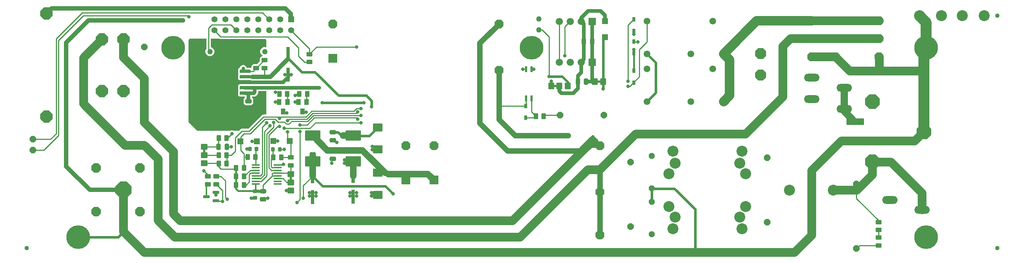
<source format=gbr>
%TF.GenerationSoftware,KiCad,Pcbnew,7.0.10-7.0.10~ubuntu22.04.1*%
%TF.CreationDate,2024-01-02T16:00:02+01:00*%
%TF.ProjectId,EEZ DIB AUX-PS,45455a20-4449-4422-9041-55582d50532e,r3B7*%
%TF.SameCoordinates,Original*%
%TF.FileFunction,Copper,L1,Top*%
%TF.FilePolarity,Positive*%
%FSLAX46Y46*%
G04 Gerber Fmt 4.6, Leading zero omitted, Abs format (unit mm)*
G04 Created by KiCad (PCBNEW 7.0.10-7.0.10~ubuntu22.04.1) date 2024-01-02 16:00:02*
%MOMM*%
%LPD*%
G01*
G04 APERTURE LIST*
G04 Aperture macros list*
%AMRoundRect*
0 Rectangle with rounded corners*
0 $1 Rounding radius*
0 $2 $3 $4 $5 $6 $7 $8 $9 X,Y pos of 4 corners*
0 Add a 4 corners polygon primitive as box body*
4,1,4,$2,$3,$4,$5,$6,$7,$8,$9,$2,$3,0*
0 Add four circle primitives for the rounded corners*
1,1,$1+$1,$2,$3*
1,1,$1+$1,$4,$5*
1,1,$1+$1,$6,$7*
1,1,$1+$1,$8,$9*
0 Add four rect primitives between the rounded corners*
20,1,$1+$1,$2,$3,$4,$5,0*
20,1,$1+$1,$4,$5,$6,$7,0*
20,1,$1+$1,$6,$7,$8,$9,0*
20,1,$1+$1,$8,$9,$2,$3,0*%
%AMOutline5P*
0 Free polygon, 5 corners , with rotation*
0 The origin of the aperture is its center*
0 number of corners: always 5*
0 $1 to $10 corner X, Y*
0 $11 Rotation angle, in degrees counterclockwise*
0 create outline with 5 corners*
4,1,5,$1,$2,$3,$4,$5,$6,$7,$8,$9,$10,$1,$2,$11*%
%AMOutline6P*
0 Free polygon, 6 corners , with rotation*
0 The origin of the aperture is its center*
0 number of corners: always 6*
0 $1 to $12 corner X, Y*
0 $13 Rotation angle, in degrees counterclockwise*
0 create outline with 6 corners*
4,1,6,$1,$2,$3,$4,$5,$6,$7,$8,$9,$10,$11,$12,$1,$2,$13*%
%AMOutline7P*
0 Free polygon, 7 corners , with rotation*
0 The origin of the aperture is its center*
0 number of corners: always 7*
0 $1 to $14 corner X, Y*
0 $15 Rotation angle, in degrees counterclockwise*
0 create outline with 7 corners*
4,1,7,$1,$2,$3,$4,$5,$6,$7,$8,$9,$10,$11,$12,$13,$14,$1,$2,$15*%
%AMOutline8P*
0 Free polygon, 8 corners , with rotation*
0 The origin of the aperture is its center*
0 number of corners: always 8*
0 $1 to $16 corner X, Y*
0 $17 Rotation angle, in degrees counterclockwise*
0 create outline with 8 corners*
4,1,8,$1,$2,$3,$4,$5,$6,$7,$8,$9,$10,$11,$12,$13,$14,$15,$16,$1,$2,$17*%
G04 Aperture macros list end*
%TA.AperFunction,SMDPad,CuDef*%
%ADD10RoundRect,0.250000X0.450000X-0.262500X0.450000X0.262500X-0.450000X0.262500X-0.450000X-0.262500X0*%
%TD*%
%TA.AperFunction,SMDPad,CuDef*%
%ADD11RoundRect,0.050800X0.449200X0.649200X-0.449200X0.649200X-0.449200X-0.649200X0.449200X-0.649200X0*%
%TD*%
%TA.AperFunction,SMDPad,CuDef*%
%ADD12RoundRect,0.225000X-0.225000X-0.250000X0.225000X-0.250000X0.225000X0.250000X-0.225000X0.250000X0*%
%TD*%
%TA.AperFunction,SMDPad,CuDef*%
%ADD13RoundRect,0.250000X0.262500X0.450000X-0.262500X0.450000X-0.262500X-0.450000X0.262500X-0.450000X0*%
%TD*%
%TA.AperFunction,SMDPad,CuDef*%
%ADD14RoundRect,0.250000X-0.450000X0.262500X-0.450000X-0.262500X0.450000X-0.262500X0.450000X0.262500X0*%
%TD*%
%TA.AperFunction,ComponentPad*%
%ADD15Outline8P,-0.762000X0.315631X-0.315631X0.762000X0.315631X0.762000X0.762000X0.315631X0.762000X-0.315631X0.315631X-0.762000X-0.315631X-0.762000X-0.762000X-0.315631X270.000000*%
%TD*%
%TA.AperFunction,FiducialPad,Global*%
%ADD16RoundRect,0.508000X0.000000X0.000000X0.000000X0.000000X0.000000X0.000000X0.000000X0.000000X0*%
%TD*%
%TA.AperFunction,SMDPad,CuDef*%
%ADD17RoundRect,0.250000X-0.250000X-0.475000X0.250000X-0.475000X0.250000X0.475000X-0.250000X0.475000X0*%
%TD*%
%TA.AperFunction,SMDPad,CuDef*%
%ADD18RoundRect,0.050800X-0.649200X-0.649200X0.649200X-0.649200X0.649200X0.649200X-0.649200X0.649200X0*%
%TD*%
%TA.AperFunction,ComponentPad*%
%ADD19Outline8P,-1.700000X0.704163X-0.704163X1.700000X0.704163X1.700000X1.700000X0.704163X1.700000X-0.704163X0.704163X-1.700000X-0.704163X-1.700000X-1.700000X-0.704163X0.000000*%
%TD*%
%TA.AperFunction,ComponentPad*%
%ADD20O,3.600000X1.800000*%
%TD*%
%TA.AperFunction,ComponentPad*%
%ADD21C,1.270000*%
%TD*%
%TA.AperFunction,ComponentPad*%
%ADD22Outline8P,-1.431000X0.592740X-0.592740X1.431000X0.592740X1.431000X1.431000X0.592740X1.431000X-0.592740X0.592740X-1.431000X-0.592740X-1.431000X-1.431000X-0.592740X0.000000*%
%TD*%
%TA.AperFunction,ComponentPad*%
%ADD23Outline8P,-1.050000X0.434924X-0.434924X1.050000X0.434924X1.050000X1.050000X0.434924X1.050000X-0.434924X0.434924X-1.050000X-0.434924X-1.050000X-1.050000X-0.434924X180.000000*%
%TD*%
%TA.AperFunction,ComponentPad*%
%ADD24R,2.100000X2.100000*%
%TD*%
%TA.AperFunction,SMDPad,CuDef*%
%ADD25RoundRect,0.050800X0.599200X0.699200X-0.599200X0.699200X-0.599200X-0.699200X0.599200X-0.699200X0*%
%TD*%
%TA.AperFunction,SMDPad,CuDef*%
%ADD26RoundRect,0.050800X-1.699200X-1.099200X1.699200X-1.099200X1.699200X1.099200X-1.699200X1.099200X0*%
%TD*%
%TA.AperFunction,SMDPad,CuDef*%
%ADD27R,0.762000X1.092200*%
%TD*%
%TA.AperFunction,SMDPad,CuDef*%
%ADD28RoundRect,0.050800X-1.049200X0.849200X-1.049200X-0.849200X1.049200X-0.849200X1.049200X0.849200X0*%
%TD*%
%TA.AperFunction,ComponentPad*%
%ADD29C,5.500000*%
%TD*%
%TA.AperFunction,SMDPad,CuDef*%
%ADD30RoundRect,0.050800X0.699200X-0.599200X0.699200X0.599200X-0.699200X0.599200X-0.699200X-0.599200X0*%
%TD*%
%TA.AperFunction,ComponentPad*%
%ADD31C,2.540000*%
%TD*%
%TA.AperFunction,ComponentPad*%
%ADD32C,1.549400*%
%TD*%
%TA.AperFunction,ComponentPad*%
%ADD33Outline8P,-0.685800X0.284068X-0.284068X0.685800X0.284068X0.685800X0.685800X0.284068X0.685800X-0.284068X0.284068X-0.685800X-0.284068X-0.685800X-0.685800X-0.284068X270.000000*%
%TD*%
%TA.AperFunction,SMDPad,CuDef*%
%ADD34RoundRect,0.050800X-0.330200X1.574800X-0.330200X-1.574800X0.330200X-1.574800X0.330200X1.574800X0*%
%TD*%
%TA.AperFunction,SMDPad,CuDef*%
%ADD35RoundRect,0.050800X0.850900X0.127000X-0.850900X0.127000X-0.850900X-0.127000X0.850900X-0.127000X0*%
%TD*%
%TA.AperFunction,ComponentPad*%
%ADD36R,1.422400X1.422400*%
%TD*%
%TA.AperFunction,ComponentPad*%
%ADD37C,1.422400*%
%TD*%
%TA.AperFunction,SMDPad,CuDef*%
%ADD38RoundRect,0.050800X-0.649200X0.649200X-0.649200X-0.649200X0.649200X-0.649200X0.649200X0.649200X0*%
%TD*%
%TA.AperFunction,SMDPad,CuDef*%
%ADD39RoundRect,0.250000X-0.475000X0.250000X-0.475000X-0.250000X0.475000X-0.250000X0.475000X0.250000X0*%
%TD*%
%TA.AperFunction,ComponentPad*%
%ADD40R,1.676400X1.676400*%
%TD*%
%TA.AperFunction,ComponentPad*%
%ADD41C,1.676400*%
%TD*%
%TA.AperFunction,SMDPad,CuDef*%
%ADD42RoundRect,0.050800X0.649200X0.649200X-0.649200X0.649200X-0.649200X-0.649200X0.649200X-0.649200X0*%
%TD*%
%TA.AperFunction,SMDPad,CuDef*%
%ADD43RoundRect,0.250000X-0.262500X-0.450000X0.262500X-0.450000X0.262500X0.450000X-0.262500X0.450000X0*%
%TD*%
%TA.AperFunction,SMDPad,CuDef*%
%ADD44RoundRect,0.039900X0.245100X-0.660100X0.245100X0.660100X-0.245100X0.660100X-0.245100X-0.660100X0*%
%TD*%
%TA.AperFunction,SMDPad,CuDef*%
%ADD45RoundRect,0.225000X0.225000X0.250000X-0.225000X0.250000X-0.225000X-0.250000X0.225000X-0.250000X0*%
%TD*%
%TA.AperFunction,ComponentPad*%
%ADD46Outline8P,-1.050000X0.434924X-0.434924X1.050000X0.434924X1.050000X1.050000X0.434924X1.050000X-0.434924X0.434924X-1.050000X-0.434924X-1.050000X-1.050000X-0.434924X0.000000*%
%TD*%
%TA.AperFunction,SMDPad,CuDef*%
%ADD47RoundRect,0.225000X0.250000X-0.225000X0.250000X0.225000X-0.250000X0.225000X-0.250000X-0.225000X0*%
%TD*%
%TA.AperFunction,ComponentPad*%
%ADD48Outline8P,-1.092200X0.452404X-0.452404X1.092200X0.452404X1.092200X1.092200X0.452404X1.092200X-0.452404X0.452404X-1.092200X-0.452404X-1.092200X-1.092200X-0.452404X180.000000*%
%TD*%
%TA.AperFunction,ComponentPad*%
%ADD49Outline8P,-1.905000X0.789077X-0.789077X1.905000X0.789077X1.905000X1.905000X0.789077X1.905000X-0.789077X0.789077X-1.905000X-0.789077X-1.905000X-1.905000X-0.789077X180.000000*%
%TD*%
%TA.AperFunction,ComponentPad*%
%ADD50Outline8P,-0.762000X0.315631X-0.315631X0.762000X0.315631X0.762000X0.762000X0.315631X0.762000X-0.315631X0.315631X-0.762000X-0.315631X-0.762000X-0.762000X-0.315631X180.000000*%
%TD*%
%TA.AperFunction,ComponentPad*%
%ADD51Outline8P,-0.762000X0.315631X-0.315631X0.762000X0.315631X0.762000X0.762000X0.315631X0.762000X-0.315631X0.315631X-0.762000X-0.315631X-0.762000X-0.762000X-0.315631X90.000000*%
%TD*%
%TA.AperFunction,ComponentPad*%
%ADD52Outline8P,-1.050000X0.434924X-0.434924X1.050000X0.434924X1.050000X1.050000X0.434924X1.050000X-0.434924X0.434924X-1.050000X-0.434924X-1.050000X-1.050000X-0.434924X90.000000*%
%TD*%
%TA.AperFunction,SMDPad,CuDef*%
%ADD53RoundRect,0.060036X0.701964X0.270164X-0.701964X0.270164X-0.701964X-0.270164X0.701964X-0.270164X0*%
%TD*%
%TA.AperFunction,SMDPad,CuDef*%
%ADD54RoundRect,0.250000X0.475000X-0.250000X0.475000X0.250000X-0.475000X0.250000X-0.475000X-0.250000X0*%
%TD*%
%TA.AperFunction,SMDPad,CuDef*%
%ADD55RoundRect,0.050800X1.193800X-0.330200X1.193800X0.330200X-1.193800X0.330200X-1.193800X-0.330200X0*%
%TD*%
%TA.AperFunction,SMDPad,CuDef*%
%ADD56RoundRect,0.050800X2.799200X-2.699200X2.799200X2.699200X-2.799200X2.699200X-2.799200X-2.699200X0*%
%TD*%
%TA.AperFunction,ComponentPad*%
%ADD57Outline8P,-0.750000X0.310660X-0.310660X0.750000X0.310660X0.750000X0.750000X0.310660X0.750000X-0.310660X0.310660X-0.750000X-0.310660X-0.750000X-0.750000X-0.310660X0.000000*%
%TD*%
%TA.AperFunction,ComponentPad*%
%ADD58Outline8P,-1.270000X0.526051X-0.526051X1.270000X0.526051X1.270000X1.270000X0.526051X1.270000X-0.526051X0.526051X-1.270000X-0.526051X-1.270000X-1.270000X-0.526051X270.000000*%
%TD*%
%TA.AperFunction,SMDPad,CuDef*%
%ADD59RoundRect,0.050800X-1.949200X-0.699200X1.949200X-0.699200X1.949200X0.699200X-1.949200X0.699200X0*%
%TD*%
%TA.AperFunction,ViaPad*%
%ADD60C,0.806400*%
%TD*%
%TA.AperFunction,Conductor*%
%ADD61C,0.254000*%
%TD*%
%TA.AperFunction,Conductor*%
%ADD62C,2.032000*%
%TD*%
%TA.AperFunction,Conductor*%
%ADD63C,0.508000*%
%TD*%
%TA.AperFunction,Conductor*%
%ADD64C,0.609600*%
%TD*%
%TA.AperFunction,Conductor*%
%ADD65C,1.524000*%
%TD*%
%TA.AperFunction,Conductor*%
%ADD66C,0.812800*%
%TD*%
%TA.AperFunction,Conductor*%
%ADD67C,0.406400*%
%TD*%
%TA.AperFunction,Conductor*%
%ADD68C,1.016000*%
%TD*%
%TA.AperFunction,Conductor*%
%ADD69C,0.711200*%
%TD*%
%TA.AperFunction,Conductor*%
%ADD70C,2.184400*%
%TD*%
%TA.AperFunction,Conductor*%
%ADD71C,0.304800*%
%TD*%
%TA.AperFunction,Conductor*%
%ADD72C,1.676400*%
%TD*%
%TA.AperFunction,Conductor*%
%ADD73C,1.270000*%
%TD*%
%TA.AperFunction,Conductor*%
%ADD74C,2.540000*%
%TD*%
G04 APERTURE END LIST*
%TA.AperFunction,EtchedComponent*%
%TO.C,JP4*%
G36*
X169217300Y-93614300D02*
G01*
X168556900Y-93614300D01*
X168556900Y-93080900D01*
X169217300Y-93080900D01*
X169217300Y-93614300D01*
G37*
%TD.AperFunction*%
%TA.AperFunction,EtchedComponent*%
%TO.C,JP2*%
G36*
X159118300Y-94630300D02*
G01*
X158457900Y-94630300D01*
X158457900Y-94096900D01*
X159118300Y-94096900D01*
X159118300Y-94630300D01*
G37*
%TD.AperFunction*%
%TA.AperFunction,EtchedComponent*%
%TO.C,JP1*%
G36*
X97779800Y-116154300D02*
G01*
X97246400Y-116154300D01*
X97246400Y-115493900D01*
X97779800Y-115493900D01*
X97779800Y-116154300D01*
G37*
%TD.AperFunction*%
%TA.AperFunction,EtchedComponent*%
%TO.C,JP3*%
G36*
X77713800Y-109804300D02*
G01*
X77180400Y-109804300D01*
X77180400Y-109143900D01*
X77713800Y-109143900D01*
X77713800Y-109804300D01*
G37*
%TD.AperFunction*%
%TD*%
D10*
%TO.P,R2,1,1*%
%TO.N,/AC input\u002C soft start and bias power/AC_N_IN*%
X233680000Y-131405000D03*
%TO.P,R2,2,2*%
%TO.N,Net-(R1-Pad1)*%
X233680000Y-129580000D03*
%TD*%
%TO.P,R1,1,1*%
%TO.N,Net-(R1-Pad1)*%
X233680000Y-127825500D03*
%TO.P,R1,2,2*%
%TO.N,/AC input\u002C soft start and bias power/AC_L_IN*%
X233680000Y-126000500D03*
%TD*%
D11*
%TO.P,Q2,B,B*%
%TO.N,Net-(Q2-PadB)*%
X101130100Y-98089600D03*
%TO.P,Q2,C,C*%
%TO.N,PWR_DIR_OUT*%
X100180100Y-100289600D03*
%TO.P,Q2,E,E*%
%TO.N,GND*%
X99230100Y-98089600D03*
%TD*%
D12*
%TO.P,C14,1,1*%
%TO.N,Net-(IC1-TACH1)*%
X93372600Y-109095600D03*
%TO.P,C14,2,2*%
%TO.N,GND*%
X94922600Y-109095600D03*
%TD*%
D13*
%TO.P,R13,1,1*%
%TO.N,/Fan controller\u002C AC freq\u002C standby LED/PWM_OUT*%
X82614100Y-112397600D03*
%TO.P,R13,2,2*%
%TO.N,+3V3*%
X80789100Y-112397600D03*
%TD*%
D14*
%TO.P,R11,1,1*%
%TO.N,/Fan controller\u002C AC freq\u002C standby LED/FAN_SENSE1*%
X97513100Y-110977100D03*
%TO.P,R11,2,2*%
%TO.N,+3V3*%
X97513100Y-112802100D03*
%TD*%
D15*
%TO.P,C10,1,1*%
%TO.N,AC_N_OUT*%
X63532600Y-85275100D03*
%TO.P,C10,2,2*%
%TO.N,AC_L_OUT*%
X63532600Y-95435100D03*
%TD*%
D16*
%TO.P,FM2,*%
%TO.N,*%
X36251100Y-132003600D03*
%TD*%
D17*
%TO.P,C18,1,1*%
%TO.N,Net-(C18-Pad1)*%
X80751600Y-108460600D03*
%TO.P,C18,2,2*%
%TO.N,GND*%
X82651600Y-108460600D03*
%TD*%
D18*
%TO.P,ZD2,A,A*%
%TO.N,GND*%
X89570600Y-107190600D03*
%TO.P,ZD2,C,C*%
%TO.N,/Fan controller\u002C AC freq\u002C standby LED/FAN_SENSE2*%
X85770600Y-107190600D03*
%TD*%
D19*
%TO.P,J4,L,L*%
%TO.N,/AC input\u002C soft start and bias power/AC_L_IN*%
X232251100Y-112003600D03*
%TO.P,J4,N,N*%
%TO.N,/AC input\u002C soft start and bias power/AC_N_IN*%
X232251100Y-98003600D03*
%TO.P,J4,PE,PE*%
%TO.N,PE*%
X244251100Y-105003600D03*
%TD*%
D17*
%TO.P,C19,1,1*%
%TO.N,/Fan controller\u002C AC freq\u002C standby LED/FAN_OUT+*%
X165397100Y-84013100D03*
%TO.P,C19,2,2*%
%TO.N,/Fan controller\u002C AC freq\u002C standby LED/FAN_OUT-*%
X167297100Y-84013100D03*
%TD*%
D20*
%TO.P,VAR1,1,1*%
%TO.N,Net-(SAR1-P$1)*%
X225723100Y-99704600D03*
%TO.P,VAR1,2,2*%
%TO.N,/AC input\u002C soft start and bias power/AC_L_IN*%
X218223100Y-97404600D03*
%TD*%
D13*
%TO.P,R16,1,1*%
%TO.N,Net-(IC2-FB)*%
X82614100Y-106492100D03*
%TO.P,R16,2,2*%
%TO.N,Net-(C18-Pad1)*%
X80789100Y-106492100D03*
%TD*%
%TO.P,R5,1,1*%
%TO.N,Net-(IC1-~{SHDN})*%
X86614600Y-115382100D03*
%TO.P,R5,2,2*%
%TO.N,+3V3*%
X84789600Y-115382100D03*
%TD*%
D21*
%TO.P,TP3,1,P$1*%
%TO.N,GND*%
X76200000Y-101600000D03*
%TD*%
D22*
%TO.P,SW1,1,P*%
%TO.N,Net-(L4A-2)*%
X53751100Y-95503600D03*
%TO.P,SW1,1A,S*%
%TO.N,AC_N_OUT*%
X53751100Y-83503600D03*
%TO.P,SW1,2,P1*%
%TO.N,Net-(SW1-P1)*%
X58751100Y-95503600D03*
%TO.P,SW1,2A,S1*%
%TO.N,AC_L_OUT*%
X58751100Y-83503600D03*
%TO.P,SW1,PE,PE*%
%TO.N,PE*%
X40851100Y-77503600D03*
X40851100Y-101503600D03*
%TD*%
D10*
%TO.P,R15,1,1*%
%TO.N,Net-(IC2-FB)*%
X89448600Y-90196100D03*
%TO.P,R15,2,2*%
%TO.N,GND*%
X89448600Y-88371100D03*
%TD*%
D23*
%TO.P,TR2,ACL,AC/L*%
%TO.N,AC_L_OUT*%
X145729000Y-79950000D03*
%TO.P,TR2,ACN,AC/N*%
%TO.N,AC_N_OUT*%
X145729000Y-90700000D03*
D24*
%TO.P,TR2,V+,+*%
%TO.N,Net-(TR2-+)*%
X107229000Y-87950000D03*
D23*
%TO.P,TR2,V-,-*%
%TO.N,GND*%
X107229000Y-79950000D03*
%TD*%
D25*
%TO.P,JP4,1,1*%
%TO.N,GND*%
X169837100Y-93347600D03*
%TO.P,JP4,2,2*%
%TO.N,/Fan controller\u002C AC freq\u002C standby LED/FAN_OUT-*%
X167937100Y-93347600D03*
%TD*%
D26*
%TO.P,L1,1,1*%
%TO.N,Net-(TR1-+)*%
X102529600Y-105905100D03*
%TO.P,L1,2,2*%
%TO.N,+5V*%
X102529600Y-111905100D03*
%TD*%
D27*
%TO.P,D4,A,A*%
%TO.N,PWR_DIR_OUT*%
X176951600Y-78844200D03*
%TO.P,D4,C,C*%
%TO.N,Net-(D3-PadC)*%
X176951600Y-81562000D03*
%TD*%
D28*
%TO.P,D1,A,A*%
%TO.N,GND*%
X117642600Y-119646600D03*
%TO.P,D1,C,C*%
%TO.N,Net-(TR1-+)*%
X117642600Y-114546600D03*
%TD*%
D25*
%TO.P,JP2,COM,COM*%
%TO.N,/Fan controller\u002C AC freq\u002C standby LED/FAN_OUT+*%
X159743100Y-94363600D03*
%TO.P,JP2,NC,NC*%
%TO.N,/Fan controller\u002C AC freq\u002C standby LED/12V_PWM*%
X157843100Y-94363600D03*
%TO.P,JP2,NO,NO*%
%TO.N,+12V*%
X161643100Y-94363600D03*
%TD*%
D20*
%TO.P,VAR2,1,1*%
%TO.N,/AC input\u002C soft start and bias power/AC_N_IN*%
X218223100Y-92451600D03*
%TO.P,VAR2,2,2*%
%TO.N,Net-(SAR1-P$1)*%
X225723100Y-94751600D03*
%TD*%
D13*
%TO.P,R4,1,1*%
%TO.N,Net-(Q2-PadB)*%
X101283100Y-96205100D03*
%TO.P,R4,2,2*%
%TO.N,/AC input\u002C soft start and bias power/PWR_DIRECT*%
X99458100Y-96205100D03*
%TD*%
D10*
%TO.P,R14,1,1*%
%TO.N,/Fan controller\u002C AC freq\u002C standby LED/12V_PWM*%
X91417100Y-90196100D03*
%TO.P,R14,2,2*%
%TO.N,Net-(IC2-FB)*%
X91417100Y-88371100D03*
%TD*%
D29*
%TO.P,H1,1,1*%
%TO.N,PE*%
X48250000Y-129500000D03*
%TD*%
D30*
%TO.P,JP1,COM,COM*%
%TO.N,Net-(IC1-A0)*%
X97513100Y-116779100D03*
%TO.P,JP1,NC,NC*%
%TO.N,+3V3*%
X97513100Y-114879100D03*
%TO.P,JP1,NO,NO*%
%TO.N,GND*%
X97513100Y-118679100D03*
%TD*%
D13*
%TO.P,R9,1,1*%
%TO.N,Net-(IC1-TACH2)*%
X89281600Y-110873600D03*
%TO.P,R9,2,2*%
%TO.N,/Fan controller\u002C AC freq\u002C standby LED/FAN_SENSE2*%
X87456600Y-110873600D03*
%TD*%
%TO.P,R12,1,1*%
%TO.N,/Fan controller\u002C AC freq\u002C standby LED/FAN_SENSE2*%
X86614600Y-113413600D03*
%TO.P,R12,2,2*%
%TO.N,+3V3*%
X84789600Y-113413600D03*
%TD*%
D29*
%TO.P,H5,1,1*%
%TO.N,unconnected-(H5-Pad1)*%
X244750000Y-129500000D03*
%TD*%
D31*
%TO.P,L3,1,1*%
%TO.N,/AC input\u002C soft start and bias power/AC_L_IN*%
X223243100Y-118557100D03*
%TO.P,L3,2,2*%
%TO.N,Net-(C6-Pad1)*%
X213083100Y-118557100D03*
%TD*%
D32*
%TO.P,K2,C1,C1*%
%TO.N,+5V*%
X179999600Y-97983100D03*
%TO.P,K2,C2,C2*%
%TO.N,PWR_DIR_OUT*%
X179999600Y-90363100D03*
%TO.P,K2,O,O*%
%TO.N,/AC input\u002C soft start and bias power/AC_L_SS*%
X197779600Y-97983100D03*
%TO.P,K2,P,P*%
%TO.N,AC_L_OUT*%
X190159600Y-97983100D03*
%TO.P,K2,S,S*%
%TO.N,unconnected-(K2-PadS)*%
X195239600Y-90363100D03*
%TD*%
D33*
%TO.P,C8,1,1*%
%TO.N,PE*%
X181142600Y-121284100D03*
%TO.P,C8,2,2*%
%TO.N,Net-(L4A-2)*%
X181142600Y-128784100D03*
%TD*%
D34*
%TO.P,C5,+,+*%
%TO.N,+12V*%
X111927600Y-115255100D03*
%TO.P,C5,-,-*%
%TO.N,GND*%
X111927600Y-120081100D03*
%TD*%
D10*
%TO.P,R10,1,1*%
%TO.N,+3V3*%
X101831100Y-88799100D03*
%TO.P,R10,2,2*%
%TO.N,AC_FREQ_OUT*%
X101831100Y-86974100D03*
%TD*%
D15*
%TO.P,C3,1,1*%
%TO.N,/AC input\u002C soft start and bias power/AC_L_IN*%
X228577100Y-117160100D03*
%TO.P,C3,2,2*%
%TO.N,/AC input\u002C soft start and bias power/AC_N_IN*%
X228577100Y-132146100D03*
%TD*%
D14*
%TO.P,R18,1,1*%
%TO.N,+5V*%
X80241100Y-115358600D03*
%TO.P,R18,2,2*%
%TO.N,PWR_DIR_OUT*%
X80241100Y-117183600D03*
%TD*%
D35*
%TO.P,IC1,1,DXP*%
%TO.N,unconnected-(IC1-DXP-Pad1)*%
X94477800Y-117160100D03*
%TO.P,IC1,2,DXN*%
%TO.N,unconnected-(IC1-DXN-Pad2)*%
X94477800Y-116525100D03*
%TO.P,IC1,3,A0*%
%TO.N,Net-(IC1-A0)*%
X94477800Y-115890100D03*
%TO.P,IC1,4,A1*%
%TO.N,+3V3*%
X94477800Y-115255100D03*
%TO.P,IC1,5,A2*%
X94477800Y-114620100D03*
%TO.P,IC1,6,PWM*%
%TO.N,/Fan controller\u002C AC freq\u002C standby LED/PWM_OUT*%
X94477800Y-113985100D03*
%TO.P,IC1,7,TACH1*%
%TO.N,Net-(IC1-TACH1)*%
X94477800Y-113350100D03*
%TO.P,IC1,8,GND*%
%TO.N,GND*%
X94477800Y-112715100D03*
%TO.P,IC1,9,TACH2*%
%TO.N,Net-(IC1-TACH2)*%
X89372400Y-112715100D03*
%TO.P,IC1,10,NC*%
%TO.N,unconnected-(IC1-NC-Pad10)*%
X89372400Y-113350100D03*
%TO.P,IC1,11,~{SHDN}*%
%TO.N,Net-(IC1-~{SHDN})*%
X89372400Y-113985100D03*
%TO.P,IC1,12,~{FF}/~{FS}*%
%TO.N,Net-(IC1-~{FF}{slash}~{FS})*%
X89372400Y-114620100D03*
%TO.P,IC1,13,~{ALERT}*%
%TO.N,~{FAULT}*%
X89372400Y-115255100D03*
%TO.P,IC1,14,SDA*%
%TO.N,SSDA*%
X89372400Y-115890100D03*
%TO.P,IC1,15,SCL*%
%TO.N,SSCL*%
X89372400Y-116525100D03*
%TO.P,IC1,16,VDD*%
%TO.N,+3V3*%
X89372400Y-117160100D03*
%TD*%
D16*
%TO.P,FM1,*%
%TO.N,*%
X261251100Y-132003600D03*
%TD*%
D21*
%TO.P,TP2,1,P$1*%
%TO.N,+12V*%
X154940000Y-81280000D03*
%TD*%
D13*
%TO.P,R6,1,1*%
%TO.N,Net-(IC1-~{FF}{slash}~{FS})*%
X86614600Y-117350600D03*
%TO.P,R6,2,2*%
%TO.N,+3V3*%
X84789600Y-117350600D03*
%TD*%
D34*
%TO.P,C4,+,+*%
%TO.N,+5V*%
X102529600Y-115318600D03*
%TO.P,C4,-,-*%
%TO.N,GND*%
X102529600Y-120144600D03*
%TD*%
D32*
%TO.P,K1,C1,C1*%
%TO.N,+5V*%
X179999600Y-86870600D03*
%TO.P,K1,C2,C2*%
%TO.N,Net-(D3-PadA)*%
X179999600Y-79250600D03*
%TO.P,K1,O,O*%
%TO.N,/AC input\u002C soft start and bias power/AC_L_SS*%
X197779600Y-86870600D03*
%TO.P,K1,P,P*%
%TO.N,Net-(K1-PadP)*%
X190159600Y-86870600D03*
%TO.P,K1,S,S*%
%TO.N,unconnected-(K1-PadS)*%
X195239600Y-79250600D03*
%TD*%
D33*
%TO.P,C7,1,1*%
%TO.N,Net-(SW1-P1)*%
X181142600Y-110616100D03*
%TO.P,C7,2,2*%
%TO.N,PE*%
X181142600Y-118116100D03*
%TD*%
D36*
%TO.P,X1,1,Pin_1*%
%TO.N,PE*%
X97536000Y-78867000D03*
D37*
%TO.P,X1,2,Pin_2*%
%TO.N,AC_FREQ_OUT*%
X97536000Y-81407000D03*
%TO.P,X1,3,Pin_3*%
%TO.N,+12V*%
X94996000Y-78867000D03*
%TO.P,X1,4,Pin_4*%
X94996000Y-81407000D03*
%TO.P,X1,5,Pin_5*%
%TO.N,+5V*%
X92456000Y-78867000D03*
%TO.P,X1,6,Pin_6*%
X92456000Y-81407000D03*
%TO.P,X1,7,Pin_7*%
%TO.N,GND*%
X89916000Y-78867000D03*
%TO.P,X1,8,Pin_8*%
X89916000Y-81407000D03*
%TO.P,X1,9,Pin_9*%
X87376000Y-78867000D03*
%TO.P,X1,10,Pin_10*%
%TO.N,unconnected-(X1-Pin_10-Pad10)*%
X87376000Y-81407000D03*
%TO.P,X1,11,Pin_11*%
%TO.N,/AC input\u002C soft start and bias power/PWR_SSTART*%
X84836000Y-78867000D03*
%TO.P,X1,12,Pin_12*%
%TO.N,/AC input\u002C soft start and bias power/PWR_DIRECT*%
X84836000Y-81407000D03*
%TO.P,X1,13,Pin_13*%
%TO.N,SSCL*%
X82296000Y-78867000D03*
%TO.P,X1,14,Pin_14*%
%TO.N,SSDA*%
X82296000Y-81407000D03*
%TO.P,X1,15,Pin_15*%
%TO.N,~{FAULT}*%
X79756000Y-78867000D03*
%TO.P,X1,16,Pin_16*%
%TO.N,+3V3*%
X79756000Y-81407000D03*
%TD*%
D38*
%TO.P,D6,A,A*%
%TO.N,GND*%
X170284100Y-83055600D03*
%TO.P,D6,C,C*%
%TO.N,/Fan controller\u002C AC freq\u002C standby LED/FAN_OUT+*%
X170284100Y-79255600D03*
%TD*%
D39*
%TO.P,C2,1,1*%
%TO.N,Net-(TR2-+)*%
X107228600Y-105097600D03*
%TO.P,C2,2,2*%
%TO.N,GND*%
X107228600Y-106997600D03*
%TD*%
D14*
%TO.P,R19,1,1*%
%TO.N,Net-(LED1-PadC)*%
X78272600Y-115358600D03*
%TO.P,R19,2,2*%
%TO.N,Net-(Q3-D)*%
X78272600Y-117183600D03*
%TD*%
D17*
%TO.P,C20,1,1*%
%TO.N,/Fan controller\u002C AC freq\u002C standby LED/FAN_OUT+*%
X164000100Y-93347600D03*
%TO.P,C20,2,2*%
%TO.N,/Fan controller\u002C AC freq\u002C standby LED/FAN_OUT-*%
X165900100Y-93347600D03*
%TD*%
D40*
%TO.P,X4,1,Pin_1*%
%TO.N,/Fan controller\u002C AC freq\u002C standby LED/FAN_OUT-*%
X167322500Y-79375000D03*
D41*
%TO.P,X4,2,Pin_2*%
%TO.N,/Fan controller\u002C AC freq\u002C standby LED/FAN_OUT+*%
X164782500Y-79375000D03*
%TO.P,X4,3,Pin_3*%
%TO.N,/Fan controller\u002C AC freq\u002C standby LED/FAN_SENSE1*%
X162242500Y-79375000D03*
%TO.P,X4,4,Pin_4*%
%TO.N,/Fan controller\u002C AC freq\u002C standby LED/PWM_OUT*%
X159702500Y-79375000D03*
%TD*%
D42*
%TO.P,ZD3,A,A*%
%TO.N,GND*%
X93454100Y-107127100D03*
%TO.P,ZD3,C,C*%
%TO.N,/Fan controller\u002C AC freq\u002C standby LED/FAN_SENSE1*%
X97254100Y-107127100D03*
%TD*%
D43*
%TO.P,R8,1,1*%
%TO.N,Net-(IC1-TACH1)*%
X93425600Y-110937100D03*
%TO.P,R8,2,2*%
%TO.N,/Fan controller\u002C AC freq\u002C standby LED/FAN_SENSE1*%
X95250600Y-110937100D03*
%TD*%
D44*
%TO.P,OK1,1,A*%
%TO.N,AC_N_OUT*%
X151987250Y-97253000D03*
%TO.P,OK1,2,C*%
%TO.N,Net-(OK1-C)*%
X153257250Y-97253000D03*
%TO.P,OK1,3,EMIT*%
%TO.N,GND*%
X153257250Y-90453000D03*
%TO.P,OK1,4,COL*%
%TO.N,AC_FREQ_OUT*%
X151987250Y-90453000D03*
%TD*%
D34*
%TO.P,C17,+,+*%
%TO.N,/Fan controller\u002C AC freq\u002C standby LED/12V_PWM*%
X96878100Y-86870600D03*
%TO.P,C17,-,-*%
%TO.N,GND*%
X96878100Y-91696600D03*
%TD*%
D13*
%TO.P,R7,1,1*%
%TO.N,Net-(C11-Pad2)*%
X156106500Y-101409500D03*
%TO.P,R7,2,2*%
%TO.N,Net-(OK1-C)*%
X154281500Y-101409500D03*
%TD*%
D45*
%TO.P,C15,1,1*%
%TO.N,Net-(IC1-TACH2)*%
X89525100Y-109032100D03*
%TO.P,C15,2,2*%
%TO.N,GND*%
X87975100Y-109032100D03*
%TD*%
D46*
%TO.P,X3,1,Pin_1*%
%TO.N,/AC input\u002C soft start and bias power/AC_L_SS*%
X233807000Y-79183120D03*
%TO.P,X3,2,Pin_2*%
%TO.N,AC_N_OUT*%
X233807000Y-83383120D03*
%TO.P,X3,3,Pin_3*%
%TO.N,PE*%
X233807000Y-87583120D03*
%TD*%
D21*
%TO.P,TP1,1,P$1*%
%TO.N,+5V*%
X154940000Y-78740000D03*
%TD*%
%TO.P,TP5,1,P$1*%
%TO.N,/AC input\u002C soft start and bias power/PWR_SSTART*%
X91440000Y-86360000D03*
%TD*%
%TO.P,TP4,1,P$1*%
%TO.N,/AC input\u002C soft start and bias power/PWR_DIRECT*%
X78740000Y-86360000D03*
%TD*%
D39*
%TO.P,C12,1,1*%
%TO.N,+12V*%
X87670600Y-97922100D03*
%TO.P,C12,2,2*%
%TO.N,GND*%
X87670600Y-99822100D03*
%TD*%
D47*
%TO.P,C13,1,1*%
%TO.N,GND*%
X89194600Y-120348100D03*
%TO.P,C13,2,2*%
%TO.N,+3V3*%
X89194600Y-118798100D03*
%TD*%
D40*
%TO.P,X5,1,Pin_1*%
%TO.N,/Fan controller\u002C AC freq\u002C standby LED/FAN_OUT-*%
X167322500Y-88836500D03*
D41*
%TO.P,X5,2,Pin_2*%
%TO.N,/Fan controller\u002C AC freq\u002C standby LED/FAN_OUT+*%
X164782500Y-88836500D03*
%TO.P,X5,3,Pin_3*%
%TO.N,/Fan controller\u002C AC freq\u002C standby LED/FAN_SENSE2*%
X162242500Y-88836500D03*
%TO.P,X5,4,Pin_4*%
%TO.N,/Fan controller\u002C AC freq\u002C standby LED/PWM_OUT*%
X159702500Y-88836500D03*
%TD*%
D31*
%TO.P,J3,1*%
%TO.N,PE*%
X253111000Y-78041500D03*
%TO.P,J3,2*%
X258191000Y-78041500D03*
%TD*%
D48*
%TO.P,J1,*%
%TO.N,*%
X62551100Y-123583600D03*
X62551100Y-113423600D03*
X52391100Y-123583600D03*
X52391100Y-113423600D03*
D49*
%TO.P,J1,1,Pin_1*%
%TO.N,PE*%
X58751100Y-118503600D03*
%TD*%
D28*
%TO.P,D2,A,A*%
%TO.N,GND*%
X117642600Y-109105600D03*
%TO.P,D2,C,C*%
%TO.N,Net-(TR2-+)*%
X117642600Y-104005600D03*
%TD*%
D46*
%TO.P,TR1,ACL,AC/L*%
%TO.N,AC_L_OUT*%
X169137600Y-108210100D03*
%TO.P,TR1,ACN,AC/N*%
%TO.N,AC_N_OUT*%
X169137600Y-129010100D03*
D23*
X169137600Y-118960100D03*
D24*
%TO.P,TR1,V+,+*%
%TO.N,Net-(TR1-+)*%
X130637600Y-116210100D03*
X124137600Y-116210100D03*
D23*
%TO.P,TR1,V-,-*%
%TO.N,GND*%
X130637600Y-108210100D03*
D46*
X124137600Y-108210100D03*
%TD*%
D13*
%TO.P,R3,1,1*%
%TO.N,Net-(Q1-PadB)*%
X96647600Y-96205100D03*
%TO.P,R3,2,2*%
%TO.N,/AC input\u002C soft start and bias power/PWR_SSTART*%
X94822600Y-96205100D03*
%TD*%
D50*
%TO.P,C11,1,1*%
%TO.N,AC_L_OUT*%
X170030100Y-101158100D03*
%TO.P,C11,2,2*%
%TO.N,Net-(C11-Pad2)*%
X159870100Y-101158100D03*
%TD*%
D15*
%TO.P,C6,1,1*%
%TO.N,Net-(C6-Pad1)*%
X207876100Y-111064100D03*
%TO.P,C6,2,2*%
%TO.N,/AC input\u002C soft start and bias power/AC_N_IN*%
X207876100Y-126050100D03*
%TD*%
D51*
%TO.P,C9,1,1*%
%TO.N,Net-(L4A-2)*%
X176189600Y-127002600D03*
%TO.P,C9,2,2*%
%TO.N,Net-(SW1-P1)*%
X176189600Y-112016600D03*
%TD*%
D43*
%TO.P,R17,1,1*%
%TO.N,Net-(JP3-PadCOM)*%
X80789100Y-110429100D03*
%TO.P,R17,2,2*%
%TO.N,/Fan controller\u002C AC freq\u002C standby LED/PWM_OUT*%
X82614100Y-110429100D03*
%TD*%
D52*
%TO.P,X2,1,Pin_1*%
%TO.N,/AC input\u002C soft start and bias power/AC_L_SS*%
X223730000Y-79175500D03*
%TO.P,X2,2,Pin_2*%
%TO.N,AC_N_OUT*%
X223730000Y-83375500D03*
%TO.P,X2,3,Pin_3*%
%TO.N,PE*%
X223730000Y-87575500D03*
%TO.P,X2,4,Pin_4*%
%TO.N,/AC input\u002C soft start and bias power/AC_L_SS*%
X218230000Y-79175500D03*
%TO.P,X2,5,Pin_5*%
%TO.N,AC_N_OUT*%
X218230000Y-83375500D03*
%TO.P,X2,6,Pin_6*%
%TO.N,PE*%
X218230000Y-87575500D03*
%TD*%
D39*
%TO.P,C1,1,1*%
%TO.N,Net-(TR1-+)*%
X107228600Y-109352100D03*
%TO.P,C1,2,2*%
%TO.N,GND*%
X107228600Y-111252100D03*
%TD*%
D27*
%TO.P,D3,A,A*%
%TO.N,Net-(D3-PadA)*%
X176951600Y-93563500D03*
%TO.P,D3,C,C*%
%TO.N,Net-(D3-PadC)*%
X176951600Y-90845700D03*
%TD*%
D11*
%TO.P,Q1,B,B*%
%TO.N,Net-(Q1-PadB)*%
X96685100Y-98089600D03*
%TO.P,Q1,C,C*%
%TO.N,Net-(D3-PadA)*%
X95735100Y-100289600D03*
%TO.P,Q1,E,E*%
%TO.N,GND*%
X94785100Y-98089600D03*
%TD*%
D30*
%TO.P,JP3,COM,COM*%
%TO.N,Net-(JP3-PadCOM)*%
X77447100Y-110429100D03*
%TO.P,JP3,NC,NC*%
%TO.N,Net-(C18-Pad1)*%
X77447100Y-108529100D03*
%TO.P,JP3,NO,NO*%
%TO.N,+3V3*%
X77447100Y-112329100D03*
%TD*%
D29*
%TO.P,H2,1,1*%
%TO.N,PE*%
X244750000Y-85500000D03*
%TD*%
D53*
%TO.P,Q3,1,G*%
%TO.N,PWR_DIR_OUT*%
X80114100Y-121046300D03*
%TO.P,Q3,2,S*%
%TO.N,GND*%
X80114100Y-119115900D03*
%TO.P,Q3,3,D*%
%TO.N,Net-(Q3-D)*%
X77955100Y-120081100D03*
%TD*%
D20*
%TO.P,VAR3,1,1*%
%TO.N,/AC input\u002C soft start and bias power/AC_L_IN*%
X243820600Y-123136100D03*
%TO.P,VAR3,2,2*%
%TO.N,/AC input\u002C soft start and bias power/AC_N_IN*%
X236320600Y-120836100D03*
%TD*%
D54*
%TO.P,C16,1,1*%
%TO.N,GND*%
X91036100Y-120713600D03*
%TO.P,C16,2,2*%
%TO.N,+3V3*%
X91036100Y-118813600D03*
%TD*%
D27*
%TO.P,ZD1,A,A*%
%TO.N,+5V*%
X176951600Y-84051200D03*
%TO.P,ZD1,C,C*%
%TO.N,Net-(D3-PadC)*%
X176951600Y-86769000D03*
%TD*%
D55*
%TO.P,IC2,1,EN*%
%TO.N,+12V*%
X86908600Y-96014600D03*
%TO.P,IC2,2,VCC*%
X86908600Y-94744600D03*
D56*
%TO.P,IC2,3,GND*%
%TO.N,GND*%
X80815100Y-93474600D03*
D55*
%TO.P,IC2,4,VO*%
%TO.N,/Fan controller\u002C AC freq\u002C standby LED/12V_PWM*%
X86908600Y-92204600D03*
%TO.P,IC2,5,FB*%
%TO.N,Net-(IC2-FB)*%
X86908600Y-90934600D03*
%TD*%
D27*
%TO.P,D5,A,A*%
%TO.N,Net-(OK1-C)*%
X151892000Y-101752400D03*
%TO.P,D5,C,C*%
%TO.N,AC_N_OUT*%
X151892000Y-99034600D03*
%TD*%
D16*
%TO.P,FM3,*%
%TO.N,*%
X261251100Y-78003600D03*
%TD*%
D57*
%TO.P,LED1,A,A*%
%TO.N,+5V*%
X37751100Y-106733600D03*
%TO.P,LED1,C,C*%
%TO.N,Net-(LED1-PadC)*%
X37751100Y-109273600D03*
%TD*%
D31*
%TO.P,L4,1,1*%
%TO.N,Net-(C6-Pad1)*%
X202923100Y-114747100D03*
X202033100Y-109557100D03*
X201533100Y-112307100D03*
%TO.P,L4,2,2*%
%TO.N,Net-(SW1-P1)*%
X186533100Y-112307100D03*
X186033100Y-109557100D03*
X185143100Y-114747100D03*
%TO.P,L4,3,1*%
%TO.N,/AC input\u002C soft start and bias power/AC_N_IN*%
X202923100Y-122367100D03*
X202033100Y-127557100D03*
X201533100Y-124807100D03*
%TO.P,L4,4,2*%
%TO.N,Net-(L4A-2)*%
X186533100Y-124807100D03*
X186033100Y-127557100D03*
X185143100Y-122367100D03*
%TD*%
D29*
%TO.P,H4,1,1*%
%TO.N,unconnected-(H4-Pad1)*%
X70250000Y-85500000D03*
%TD*%
D26*
%TO.P,L2,1,1*%
%TO.N,Net-(TR2-+)*%
X111927600Y-105905100D03*
%TO.P,L2,2,2*%
%TO.N,+12V*%
X111927600Y-111905100D03*
%TD*%
D58*
%TO.P,NTC1,1*%
%TO.N,AC_L_OUT*%
X206352100Y-86783600D03*
%TO.P,NTC1,2*%
%TO.N,Net-(K1-PadP)*%
X206352100Y-91783600D03*
%TD*%
D31*
%TO.P,J2,1*%
%TO.N,PE*%
X243205000Y-78041500D03*
%TO.P,J2,2*%
X248285000Y-78041500D03*
%TD*%
D29*
%TO.P,H3,1,1*%
%TO.N,unconnected-(H3-Pad1)*%
X153250000Y-85500000D03*
%TD*%
D59*
%TO.P,SAR1,1,P$1*%
%TO.N,Net-(SAR1-P$1)*%
X228259600Y-102677600D03*
%TO.P,SAR1,2,P$2*%
%TO.N,PE*%
X228259600Y-106877600D03*
%TD*%
D60*
%TO.N,Net-(TR2-+)*%
X109578100Y-106238100D03*
X109578100Y-105539600D03*
%TO.N,/Fan controller\u002C AC freq\u002C standby LED/12V_PWM*%
X157838100Y-93220600D03*
X116182100Y-99189600D03*
%TO.N,Net-(D3-PadA)*%
X175618100Y-94427100D03*
X95925600Y-104206100D03*
X113705600Y-102872600D03*
X96560600Y-100586600D03*
%TO.N,Net-(D3-PadC)*%
X176951600Y-82362100D03*
X176951600Y-85918100D03*
%TO.N,SSCL*%
X93512600Y-102809100D03*
%TO.N,SSDA*%
X92687100Y-103571100D03*
%TO.N,~{FAULT}*%
X91861600Y-102872600D03*
%TO.N,/Fan controller\u002C AC freq\u002C standby LED/PWM_OUT*%
X94846100Y-103761600D03*
X94846100Y-101856600D03*
X113705600Y-99570600D03*
%TO.N,Net-(IC2-FB)*%
X83860600Y-105476100D03*
X86464100Y-90299600D03*
%TO.N,Net-(LED1-PadC)*%
X77320100Y-114048600D03*
X73891100Y-78298100D03*
%TO.N,AC_FREQ_OUT*%
X151228450Y-90424000D03*
X112689600Y-85283100D03*
%TO.N,/AC input\u002C soft start and bias power/PWR_DIRECT*%
X98465600Y-96586100D03*
%TO.N,/AC input\u002C soft start and bias power/PWR_SSTART*%
X93893600Y-95824100D03*
%TO.N,/Fan controller\u002C AC freq\u002C standby LED/FAN_SENSE1*%
X160949600Y-87315100D03*
X96751100Y-105031600D03*
X96751100Y-102364600D03*
X113007100Y-100396100D03*
%TO.N,/Fan controller\u002C AC freq\u002C standby LED/FAN_SENSE2*%
X113705600Y-101221600D03*
%TO.N,AC_L_OUT*%
X167490100Y-106238100D03*
X167490100Y-107889100D03*
X168315600Y-107063600D03*
X167490100Y-107063600D03*
X166664600Y-107063600D03*
%TO.N,AC_N_OUT*%
X161775100Y-105857100D03*
%TO.N,+5V*%
X100370600Y-120462100D03*
X102196600Y-110127100D03*
X121198600Y-119420700D03*
X177904100Y-84140100D03*
X82717600Y-120652600D03*
X102895100Y-110127100D03*
%TO.N,GND*%
X80177600Y-88331100D03*
X84622600Y-97729100D03*
X81066600Y-89220100D03*
X85511600Y-98618100D03*
X95925600Y-109095600D03*
X97576600Y-91760100D03*
X81955600Y-89220100D03*
X85511600Y-97729100D03*
X83733600Y-88331100D03*
X82844600Y-88331100D03*
X76621600Y-89220100D03*
X111229100Y-119128600D03*
X169839600Y-95062100D03*
X77510600Y-88331100D03*
X116372600Y-109159100D03*
X88305600Y-120398600D03*
X84622600Y-98618100D03*
X108183600Y-107508100D03*
X77510600Y-98618100D03*
X103291600Y-119192100D03*
X81066600Y-97729100D03*
X81955600Y-98618100D03*
X81066600Y-98618100D03*
X80177600Y-97729100D03*
X77510600Y-89220100D03*
X116182100Y-119954100D03*
X79288600Y-89220100D03*
X85511600Y-89220100D03*
X79288600Y-88331100D03*
X81955600Y-88331100D03*
X77510600Y-97729100D03*
X80177600Y-89220100D03*
X79288600Y-98618100D03*
X116372600Y-108397100D03*
X76621600Y-88331100D03*
X82844600Y-89220100D03*
X87312498Y-109032100D03*
X96433600Y-118684100D03*
X93957100Y-98110100D03*
X80114100Y-119700100D03*
X96116100Y-91760100D03*
X101767600Y-119192100D03*
X88496100Y-107190600D03*
X85511600Y-88331100D03*
X112689600Y-119128600D03*
X78399600Y-98618100D03*
X98465600Y-98110100D03*
X83733600Y-98618100D03*
X116182100Y-119192100D03*
X79288600Y-97729100D03*
X83733600Y-89220100D03*
X81066600Y-88331100D03*
X83733600Y-97729100D03*
X111229100Y-119890600D03*
X76621600Y-98618100D03*
X103291600Y-119954100D03*
X112689600Y-119890600D03*
X106974600Y-112270600D03*
X84622600Y-89220100D03*
X78399600Y-97729100D03*
X83670100Y-108460600D03*
X81955600Y-97729100D03*
X92115600Y-120398600D03*
X94465100Y-107127100D03*
X95798600Y-112524600D03*
X153828750Y-90424000D03*
X84622600Y-88331100D03*
X82844600Y-97729100D03*
X82844600Y-98618100D03*
X78399600Y-89220100D03*
X101767600Y-119954100D03*
X76621600Y-97729100D03*
X80177600Y-98618100D03*
X78399600Y-88331100D03*
%TO.N,+3V3*%
X89956600Y-118811100D03*
%TO.N,+12V*%
X157330100Y-92141100D03*
X104752100Y-98237100D03*
X109895600Y-112334100D03*
X109895600Y-111572100D03*
X104117100Y-94744600D03*
X114404100Y-98237100D03*
%TO.N,PWR_DIR_OUT*%
X175618100Y-93220600D03*
X81638100Y-121224100D03*
X113007100Y-102047100D03*
X99608600Y-104968100D03*
X99608600Y-103380600D03*
X98910100Y-121414600D03*
X101005600Y-100459600D03*
%TD*%
D61*
%TO.N,/AC input\u002C soft start and bias power/AC_L_IN*%
X233680000Y-126000500D02*
X233680000Y-125603000D01*
X233680000Y-125603000D02*
X228577100Y-120500100D01*
X228577100Y-120500100D02*
X228577100Y-117160100D01*
%TO.N,Net-(R1-Pad1)*%
X233680000Y-129580000D02*
X233680000Y-127825500D01*
%TO.N,/AC input\u002C soft start and bias power/AC_N_IN*%
X233680000Y-131405000D02*
X229318200Y-131405000D01*
X229318200Y-131405000D02*
X228577100Y-132146100D01*
D62*
%TO.N,/AC input\u002C soft start and bias power/AC_L_IN*%
X243820600Y-119259100D02*
X243820600Y-123136100D01*
X232251100Y-115010100D02*
X228704100Y-118557100D01*
D63*
X228577100Y-118430100D02*
X228704100Y-118557100D01*
D62*
X223243100Y-118557100D02*
X228704100Y-118557100D01*
X232264100Y-112016600D02*
X236578100Y-112016600D01*
X232251100Y-112003600D02*
X232264100Y-112016600D01*
X236578100Y-112016600D02*
X243820600Y-119259100D01*
X232251100Y-112003600D02*
X232251100Y-115010100D01*
D63*
X228577100Y-117160100D02*
X228577100Y-118430100D01*
D64*
%TO.N,Net-(TR1-+)*%
X119809600Y-114546600D02*
X119302600Y-114547600D01*
D65*
X105976600Y-109352100D02*
X107228600Y-109352100D01*
X129238100Y-114810600D02*
X123929100Y-114810600D01*
D64*
X117642600Y-114546600D02*
X119809600Y-114546600D01*
D65*
X114107100Y-109352100D02*
X119302600Y-114547600D01*
X102529600Y-105905100D02*
X105976600Y-109352100D01*
X107228600Y-109352100D02*
X114107100Y-109352100D01*
X123929100Y-114810600D02*
X120073600Y-114810600D01*
X124137600Y-116210100D02*
X124137600Y-115019100D01*
X129238100Y-114810600D02*
X130637600Y-116210100D01*
X124137600Y-115019100D02*
X123929100Y-114810600D01*
D61*
%TO.N,Net-(TR2-+)*%
X109578100Y-105953100D02*
X109626100Y-105905100D01*
D65*
X111943100Y-105920600D02*
X111927600Y-105905100D01*
D64*
X111943100Y-105920600D02*
X115727600Y-105920600D01*
D61*
X109578100Y-106238100D02*
X109578100Y-105953100D01*
D65*
X111927600Y-105905100D02*
X109626100Y-105905100D01*
D64*
X115727600Y-105920600D02*
X117642600Y-104005600D01*
X107228600Y-105097600D02*
X108437600Y-105097600D01*
X108437600Y-105097600D02*
X109578100Y-106238100D01*
D66*
%TO.N,/Fan controller\u002C AC freq\u002C standby LED/FAN_OUT-*%
X167426600Y-93347600D02*
X165900100Y-93347600D01*
X167297100Y-79253100D02*
X167299600Y-79250600D01*
X167299600Y-88775600D02*
X167299600Y-84015600D01*
X167299600Y-84015600D02*
X167297100Y-84013100D01*
X167297100Y-84013100D02*
X167297100Y-79253100D01*
X167299600Y-88775600D02*
X167299600Y-93220600D01*
X167299600Y-93220600D02*
X167426600Y-93347600D01*
X167937100Y-93347600D02*
X167426600Y-93347600D01*
X165902600Y-93345100D02*
X165900100Y-93347600D01*
%TO.N,/Fan controller\u002C AC freq\u002C standby LED/FAN_OUT+*%
X163997600Y-93350100D02*
X164000100Y-93347600D01*
X170284100Y-77917100D02*
X169268100Y-76901100D01*
X165397100Y-79888100D02*
X164759600Y-79250600D01*
X166410600Y-76901100D02*
X164759600Y-78552100D01*
X163997600Y-92014100D02*
X164759600Y-91252100D01*
X162918100Y-96014600D02*
X160251100Y-96014600D01*
X170284100Y-79255600D02*
X170284100Y-77917100D01*
X163997600Y-93345100D02*
X164000100Y-93347600D01*
X169268100Y-76901100D02*
X166410600Y-76901100D01*
X165397100Y-88138100D02*
X164759600Y-88775600D01*
X165397100Y-84013100D02*
X165397100Y-88138100D01*
X164759600Y-88775600D02*
X164759600Y-91252100D01*
X160251100Y-96014600D02*
X159743100Y-95506600D01*
X165397100Y-84013100D02*
X165397100Y-79888100D01*
X163997600Y-94935100D02*
X163997600Y-93350100D01*
X164759600Y-78552100D02*
X164759600Y-79250600D01*
X163997600Y-93345100D02*
X163997600Y-92014100D01*
X162918100Y-96014600D02*
X163997600Y-94935100D01*
X159743100Y-95506600D02*
X159743100Y-94363600D01*
D64*
%TO.N,/Fan controller\u002C AC freq\u002C standby LED/12V_PWM*%
X157843100Y-94363600D02*
X157838100Y-93220600D01*
D67*
X96751100Y-88204100D02*
X96751100Y-86997600D01*
D64*
X116182100Y-99189600D02*
X116182100Y-97792600D01*
X97132100Y-88204100D02*
X96751100Y-88204100D01*
X108562100Y-96586100D02*
X103101100Y-91125100D01*
D67*
X96751100Y-86997600D02*
X96878100Y-86870600D01*
D68*
X91480600Y-92204600D02*
X92750600Y-92204600D01*
D61*
X91417100Y-90233600D02*
X91417100Y-92141100D01*
D64*
X100053100Y-91125100D02*
X97132100Y-88204100D01*
D69*
X88623100Y-92204600D02*
X86908600Y-92204600D01*
D61*
X91417100Y-92141100D02*
X91353600Y-92204600D01*
D68*
X91353600Y-92204600D02*
X88623100Y-92204600D01*
D64*
X114975600Y-96586100D02*
X108562100Y-96586100D01*
X103101100Y-91125100D02*
X100053100Y-91125100D01*
X116182100Y-97792600D02*
X114975600Y-96586100D01*
D68*
X91480600Y-92204600D02*
X91353600Y-92204600D01*
X92750600Y-92204600D02*
X96751100Y-88204100D01*
D61*
X91417100Y-92268100D02*
X91480600Y-92204600D01*
%TO.N,Net-(C11-Pad2)*%
X156357900Y-101158100D02*
X156106500Y-101409500D01*
X159870100Y-101158100D02*
X156357900Y-101158100D01*
%TO.N,Net-(IC1-TACH1)*%
X92877600Y-113096100D02*
X92877600Y-111447600D01*
X94477800Y-113350100D02*
X93131600Y-113350100D01*
X93297600Y-110846600D02*
X93388100Y-110937100D01*
X93131600Y-113350100D02*
X92877600Y-113096100D01*
X92877600Y-111447600D02*
X93388100Y-110937100D01*
X93297600Y-109095600D02*
X93297600Y-110846600D01*
%TO.N,Net-(IC1-TACH2)*%
X89319100Y-109313100D02*
X89600100Y-109032100D01*
X89372400Y-112715100D02*
X89372400Y-110926900D01*
X89372400Y-110926900D02*
X89319100Y-110873600D01*
X89319100Y-110873600D02*
X89319100Y-109313100D01*
%TO.N,Net-(C18-Pad1)*%
X80751600Y-106492100D02*
X80751600Y-108460600D01*
X80683100Y-108529100D02*
X80751600Y-108460600D01*
X77447100Y-108529100D02*
X80683100Y-108529100D01*
%TO.N,Net-(D3-PadA)*%
X96032100Y-100586600D02*
X96560600Y-100586600D01*
X101894600Y-104206100D02*
X95925600Y-104206100D01*
X175618100Y-94427100D02*
X176029100Y-94427100D01*
X176951600Y-93504600D02*
X178285100Y-92171100D01*
X103228100Y-102872600D02*
X101894600Y-104206100D01*
X176029100Y-94427100D02*
X176951600Y-93504600D01*
X95735100Y-100289600D02*
X96032100Y-100586600D01*
X179999600Y-84140100D02*
X178285100Y-85854600D01*
X179999600Y-79250600D02*
X179999600Y-84140100D01*
X113705600Y-102872600D02*
X103228100Y-102872600D01*
X178285100Y-85854600D02*
X178285100Y-92171100D01*
%TO.N,Net-(OK1-C)*%
X153938600Y-101752400D02*
X154281500Y-101409500D01*
X153257250Y-100385250D02*
X154281500Y-101409500D01*
X153257250Y-97253000D02*
X153257250Y-100385250D01*
X151892000Y-101752400D02*
X153938600Y-101752400D01*
%TO.N,Net-(D3-PadC)*%
X176951600Y-81503100D02*
X176951600Y-82362100D01*
D67*
X176951600Y-86710100D02*
X176951600Y-90904600D01*
D61*
X176951600Y-85918100D02*
X176951600Y-86710100D01*
%TO.N,SSCL*%
X93512600Y-102809100D02*
X93512600Y-103888600D01*
X91861600Y-115255100D02*
X91861600Y-105539600D01*
X91861600Y-105539600D02*
X93512600Y-103888600D01*
X89372400Y-116525100D02*
X90591600Y-116525100D01*
X90591600Y-116525100D02*
X91861600Y-115255100D01*
%TO.N,SSDA*%
X90464600Y-115890100D02*
X91353600Y-115001100D01*
X91353600Y-104904600D02*
X92687100Y-103571100D01*
X89372400Y-115890100D02*
X90464600Y-115890100D01*
X91353600Y-115001100D02*
X91353600Y-104904600D01*
%TO.N,~{FAULT}*%
X90845600Y-103888600D02*
X91861600Y-102872600D01*
X90845600Y-114747100D02*
X90845600Y-103888600D01*
X89372400Y-115255100D02*
X90337600Y-115255100D01*
X90337600Y-115255100D02*
X90845600Y-114747100D01*
%TO.N,/Fan controller\u002C AC freq\u002C standby LED/PWM_OUT*%
X159679600Y-79250600D02*
X159679600Y-88775600D01*
X112753100Y-99570600D02*
X112118100Y-100205600D01*
X93004600Y-113985100D02*
X92369600Y-113350100D01*
X92369600Y-113350100D02*
X92369600Y-105793600D01*
X101005600Y-101539100D02*
X94846100Y-101539100D01*
X94846100Y-101856600D02*
X94846100Y-101539100D01*
X84622600Y-106365100D02*
X86146600Y-104841100D01*
X112118100Y-100205600D02*
X102339100Y-100205600D01*
X84622600Y-109476600D02*
X84622600Y-106365100D01*
X84622600Y-109476600D02*
X83670100Y-110429100D01*
X87861100Y-104841100D02*
X91163100Y-101539100D01*
X113705600Y-99570600D02*
X112753100Y-99570600D01*
X94477800Y-113985100D02*
X93004600Y-113985100D01*
X82651600Y-110429100D02*
X82651600Y-112397600D01*
X94846100Y-103761600D02*
X94401600Y-103761600D01*
X94846100Y-101539100D02*
X91163100Y-101539100D01*
X102339100Y-100205600D02*
X101005600Y-101539100D01*
X94401600Y-103761600D02*
X92369600Y-105793600D01*
X83670100Y-110429100D02*
X82651600Y-110429100D01*
X86146600Y-104841100D02*
X87861100Y-104841100D01*
%TO.N,Net-(IC1-A0)*%
X96560600Y-116779100D02*
X97513100Y-116779100D01*
X94477800Y-115890100D02*
X95671600Y-115890100D01*
X95671600Y-115890100D02*
X96560600Y-116779100D01*
%TO.N,Net-(IC1-~{SHDN})*%
X88051600Y-113985100D02*
X86654600Y-115382100D01*
X89372400Y-113985100D02*
X88051600Y-113985100D01*
X86652100Y-115382100D02*
X86654600Y-115382100D01*
%TO.N,Net-(IC1-~{FF}{slash}~{FS})*%
X89372400Y-114620100D02*
X88178600Y-114620100D01*
X88178600Y-114620100D02*
X87861100Y-114937600D01*
X87861100Y-116652100D02*
X87162600Y-117350600D01*
X87861100Y-114937600D02*
X87861100Y-116652100D01*
X87162600Y-117350600D02*
X86652100Y-117350600D01*
%TO.N,Net-(IC2-FB)*%
X82651600Y-106492100D02*
X82844600Y-106492100D01*
X88747600Y-90934600D02*
X89448600Y-90233600D01*
X86464100Y-90299600D02*
X86464100Y-90490100D01*
X91348600Y-88333600D02*
X89448600Y-90233600D01*
X86845100Y-91061600D02*
X86908600Y-90934600D01*
X82844600Y-106492100D02*
X83860600Y-105476100D01*
X82651600Y-106492100D02*
X82651600Y-106367600D01*
X86464100Y-90490100D02*
X86908600Y-90934600D01*
X86908600Y-90934600D02*
X88747600Y-90934600D01*
X91417100Y-88333600D02*
X91348600Y-88333600D01*
D70*
%TO.N,/AC input\u002C soft start and bias power/AC_L_SS*%
X199176600Y-88267600D02*
X197779600Y-86870600D01*
D62*
X233847600Y-79178100D02*
X223707100Y-79178100D01*
X223707100Y-79178100D02*
X218207100Y-79178100D01*
D70*
X205472100Y-79178100D02*
X197779600Y-86870600D01*
X199176600Y-96586100D02*
X199176600Y-88267600D01*
X197779600Y-97983100D02*
X199176600Y-96586100D01*
X218207100Y-79178100D02*
X205472100Y-79178100D01*
D61*
%TO.N,Net-(LED1-PadC)*%
X78272600Y-115001100D02*
X77320100Y-114048600D01*
X78272600Y-115321100D02*
X78272600Y-115001100D01*
X43665100Y-105857100D02*
X43665100Y-83759100D01*
X40248600Y-109273600D02*
X43665100Y-105857100D01*
X43665100Y-83759100D02*
X49392800Y-78031400D01*
X73624400Y-78031400D02*
X73891100Y-78298100D01*
X49392800Y-78031400D02*
X73624400Y-78031400D01*
X37751100Y-109273600D02*
X40248600Y-109273600D01*
%TO.N,AC_FREQ_OUT*%
X101831100Y-86936600D02*
X101831100Y-85727600D01*
X151257450Y-90453000D02*
X151228450Y-90424000D01*
X101831100Y-86936600D02*
X102024100Y-86936600D01*
X112689600Y-85283100D02*
X103484600Y-85283100D01*
X101831100Y-85727600D02*
X97513100Y-81409600D01*
X151987250Y-90453000D02*
X151257450Y-90453000D01*
X103484600Y-85283100D02*
X101831100Y-86936600D01*
%TO.N,Net-(Q1-PadB)*%
X96685100Y-98089600D02*
X96685100Y-96205100D01*
%TO.N,Net-(Q2-PadB)*%
X101130100Y-96395600D02*
X101320600Y-96205100D01*
X101130100Y-98089600D02*
X101130100Y-96395600D01*
D71*
%TO.N,Net-(Q3-D)*%
X77955100Y-120081100D02*
X77955100Y-117538600D01*
X77955100Y-117538600D02*
X78272600Y-117221100D01*
D61*
%TO.N,/AC input\u002C soft start and bias power/PWR_DIRECT*%
X99420600Y-96205100D02*
X98846600Y-96205100D01*
X78422500Y-80899000D02*
X78422500Y-86042500D01*
X78422500Y-86042500D02*
X78740000Y-86360000D01*
X98846600Y-96205100D02*
X98465600Y-96586100D01*
X84836000Y-81407000D02*
X83566000Y-80137000D01*
X83566000Y-80137000D02*
X79184500Y-80137000D01*
X79184500Y-80137000D02*
X78422500Y-80899000D01*
%TO.N,/AC input\u002C soft start and bias power/PWR_SSTART*%
X94404100Y-95824100D02*
X93893600Y-95824100D01*
X94785100Y-96205100D02*
X94404100Y-95824100D01*
%TO.N,/Fan controller\u002C AC freq\u002C standby LED/FAN_SENSE1*%
X96751100Y-106624100D02*
X97254100Y-107127100D01*
X113007100Y-100396100D02*
X112689600Y-100713600D01*
X112689600Y-100713600D02*
X102529600Y-100713600D01*
X160949600Y-80520600D02*
X160949600Y-87315100D01*
X96751100Y-105031600D02*
X96751100Y-106624100D01*
X97510600Y-110937100D02*
X97513100Y-110939600D01*
X97576600Y-106804600D02*
X97254100Y-107127100D01*
X101196100Y-102047100D02*
X97068600Y-102047100D01*
X97513100Y-110939600D02*
X97513100Y-107185600D01*
X97767100Y-107185600D02*
X97254100Y-107127100D01*
X102529600Y-100713600D02*
X101196100Y-102047100D01*
X162219600Y-79250600D02*
X160949600Y-80520600D01*
X97068600Y-102047100D02*
X96751100Y-102364600D01*
X95288100Y-110937100D02*
X97510600Y-110937100D01*
X97513100Y-107185600D02*
X97254100Y-107127100D01*
%TO.N,/Fan controller\u002C AC freq\u002C standby LED/FAN_SENSE2*%
X95989100Y-102745600D02*
X94528600Y-102745600D01*
X97703600Y-102555100D02*
X97068600Y-103190100D01*
X86652100Y-110106600D02*
X85892600Y-109347100D01*
X91480600Y-102047100D02*
X93830100Y-102047100D01*
X94528600Y-102745600D02*
X93830100Y-102047100D01*
X101386600Y-102555100D02*
X97703600Y-102555100D01*
X86654600Y-105412600D02*
X88115100Y-105412600D01*
X86715600Y-110873600D02*
X86652100Y-110810100D01*
X87419100Y-110873600D02*
X86715600Y-110873600D01*
X113705600Y-101221600D02*
X102720100Y-101221600D01*
X96433600Y-103190100D02*
X95989100Y-102745600D01*
X86652100Y-113413600D02*
X86652100Y-110810100D01*
X85892600Y-106174600D02*
X86654600Y-105412600D01*
X85892600Y-109347100D02*
X85892600Y-107312600D01*
X102720100Y-101221600D02*
X101386600Y-102555100D01*
X88115100Y-105412600D02*
X91480600Y-102047100D01*
X97068600Y-103190100D02*
X96433600Y-103190100D01*
X85892600Y-107312600D02*
X85892600Y-106174600D01*
X85892600Y-107312600D02*
X85770600Y-107190600D01*
X86652100Y-110810100D02*
X86652100Y-110106600D01*
D72*
%TO.N,Net-(SAR1-P$1)*%
X225723100Y-94751600D02*
X225723100Y-99704600D01*
X225723100Y-99704600D02*
X225723100Y-100225600D01*
X225723100Y-100225600D02*
X227735100Y-102237600D01*
D61*
X228175100Y-102677600D02*
X227735100Y-102237600D01*
X228259600Y-102677600D02*
X228175100Y-102677600D01*
D72*
X227735100Y-102237600D02*
X227735100Y-102475100D01*
D62*
%TO.N,AC_L_OUT*%
X58751100Y-83503600D02*
X58751100Y-87796100D01*
D73*
X147678100Y-109413100D02*
X165140600Y-109413100D01*
D62*
X63532600Y-95435100D02*
X63532600Y-92577600D01*
X148888100Y-125665600D02*
X165140600Y-109413100D01*
D61*
X141455100Y-95189100D02*
X141264600Y-95189100D01*
D62*
X63532600Y-102864600D02*
X70271600Y-109603600D01*
D73*
X141264600Y-102999600D02*
X147678100Y-109413100D01*
D62*
X71855600Y-125665600D02*
X148888100Y-125665600D01*
X63532600Y-95435100D02*
X63532600Y-102864600D01*
D73*
X141264600Y-87569100D02*
X141264600Y-84394100D01*
X141284900Y-84394100D02*
X145729000Y-79950000D01*
D62*
X71855600Y-125665600D02*
X70271600Y-124081600D01*
X58751100Y-87796100D02*
X63532600Y-92577600D01*
D73*
X141264600Y-102999600D02*
X141264600Y-95189100D01*
D68*
X169144600Y-108210100D02*
X167169100Y-108210100D01*
D62*
X165140600Y-109413100D02*
X167458350Y-107095350D01*
X70271600Y-109603600D02*
X70271600Y-124081600D01*
D73*
X141264600Y-95189100D02*
X141264600Y-87569100D01*
D62*
%TO.N,AC_N_OUT*%
X59087600Y-108135100D02*
X49443600Y-98491100D01*
X177396100Y-105539600D02*
X169137600Y-113798100D01*
D73*
X145709600Y-98996500D02*
X145709600Y-98681600D01*
X149456100Y-105857100D02*
X161775100Y-105857100D01*
D62*
X223707100Y-83378100D02*
X218207100Y-83378100D01*
D73*
X169137600Y-129010100D02*
X169137600Y-118960100D01*
D62*
X150662600Y-129479100D02*
X166343600Y-113798100D01*
D73*
X149456100Y-105857100D02*
X145709600Y-102110600D01*
D62*
X233847600Y-83378100D02*
X223707100Y-83378100D01*
X211559100Y-85092600D02*
X211559100Y-96878200D01*
D61*
X151892000Y-99034600D02*
X151987250Y-98939350D01*
X151987250Y-98939350D02*
X151987250Y-97253000D01*
D62*
X70589100Y-129479100D02*
X150662600Y-129479100D01*
D73*
X145709600Y-102110600D02*
X145709600Y-98996500D01*
D62*
X63532600Y-108135100D02*
X66715600Y-111318100D01*
X166343600Y-113798100D02*
X169137600Y-113798100D01*
X211559100Y-96878200D02*
X202897700Y-105539600D01*
X63532600Y-108135100D02*
X59087600Y-108135100D01*
D73*
X169137600Y-118960100D02*
X169137600Y-113798100D01*
D62*
X53751100Y-83503600D02*
X49443600Y-87811100D01*
X70589100Y-129479100D02*
X66715600Y-125605600D01*
X66715600Y-111318100D02*
X66715600Y-125605600D01*
X202897700Y-105539600D02*
X177396100Y-105539600D01*
X49443600Y-98491100D02*
X49443600Y-87811100D01*
X218207100Y-83378100D02*
X213273600Y-83378100D01*
D73*
X145709600Y-98681600D02*
X145709600Y-90706100D01*
D61*
X145747700Y-99034600D02*
X145709600Y-98996500D01*
X151892000Y-99034600D02*
X145747700Y-99034600D01*
D62*
X213273600Y-83378100D02*
X211559100Y-85092600D01*
D61*
%TO.N,+5V*%
X90934500Y-77371000D02*
X92433100Y-78869600D01*
X177874100Y-84110100D02*
X177904100Y-84140100D01*
D64*
X182095100Y-95887600D02*
X179999600Y-97983100D01*
D61*
X100370600Y-120462100D02*
X100370600Y-117477600D01*
X37751100Y-106733600D02*
X41772600Y-106733600D01*
D64*
X121198600Y-119420700D02*
X119446000Y-117668100D01*
D67*
X102529600Y-115318600D02*
X102529600Y-115699600D01*
D61*
X41772600Y-106733600D02*
X43093600Y-105412600D01*
D64*
X179999600Y-86870600D02*
X182095100Y-88966100D01*
D61*
X43093600Y-105412600D02*
X43093600Y-83378100D01*
D64*
X102529600Y-115318600D02*
X102936000Y-115318600D01*
X102529600Y-115318600D02*
X104879100Y-117668100D01*
D61*
X82336600Y-120271600D02*
X82717600Y-120652600D01*
X43093600Y-83378100D02*
X49100700Y-77371000D01*
D64*
X182095100Y-88966100D02*
X182095100Y-95887600D01*
D61*
X82336600Y-116398100D02*
X82336600Y-120271600D01*
X176951600Y-84110100D02*
X177874100Y-84110100D01*
X81259600Y-115321100D02*
X82336600Y-116398100D01*
D64*
X104879100Y-117668100D02*
X119446000Y-117668100D01*
D61*
X80241100Y-115321100D02*
X81259600Y-115321100D01*
X100370600Y-117477600D02*
X102529600Y-115318600D01*
D65*
X102529600Y-111905100D02*
X102545100Y-110508100D01*
D61*
X49100700Y-77371000D02*
X90934500Y-77371000D01*
D65*
X102529600Y-111905100D02*
X102529600Y-115318600D01*
D74*
%TO.N,PE*%
X244750000Y-79586500D02*
X243205000Y-78041500D01*
D64*
X191175600Y-123002100D02*
X186413100Y-118239600D01*
D62*
X58751100Y-118503600D02*
X58751100Y-128245600D01*
D68*
X45443100Y-84267100D02*
X45443100Y-113032600D01*
D62*
X228450100Y-107127100D02*
X242127600Y-107127100D01*
X218226600Y-129034600D02*
X218226600Y-113985100D01*
X225084600Y-107127100D02*
X228450100Y-107127100D01*
D64*
X191175600Y-132908100D02*
X191048600Y-133035100D01*
D62*
X63540600Y-133035100D02*
X191048600Y-133035100D01*
D64*
X191175600Y-132908100D02*
X191175600Y-123002100D01*
D61*
X228259600Y-106936600D02*
X228450100Y-107127100D01*
D68*
X96243100Y-76329600D02*
X97513100Y-77599600D01*
D62*
X242127600Y-107127100D02*
X244251100Y-105003600D01*
D64*
X48250000Y-129500000D02*
X57496700Y-129500000D01*
D74*
X244251100Y-90871100D02*
X244251100Y-85998900D01*
D62*
X244251100Y-86003600D02*
X244751100Y-85503600D01*
X58751100Y-128245600D02*
X63540600Y-133035100D01*
D68*
X42025100Y-76329600D02*
X96243100Y-76329600D01*
D74*
X244251100Y-90871100D02*
X244251100Y-105003600D01*
D64*
X181142600Y-121224100D02*
X181142600Y-118176100D01*
X181206100Y-118239600D02*
X181142600Y-118176100D01*
D68*
X45443100Y-113032600D02*
X50904100Y-118493600D01*
D62*
X227000100Y-90871100D02*
X223707100Y-87578100D01*
X233847600Y-90807600D02*
X233784100Y-90871100D01*
D68*
X42025100Y-76329600D02*
X40851100Y-77503600D01*
D64*
X57496700Y-129500000D02*
X58751100Y-128245600D01*
X186413100Y-118239600D02*
X181206100Y-118239600D01*
D68*
X50586600Y-79123600D02*
X45443100Y-84267100D01*
D62*
X218226600Y-113985100D02*
X225084600Y-107127100D01*
X233847600Y-87578100D02*
X233847600Y-90807600D01*
D68*
X97513100Y-78869600D02*
X97513100Y-77599600D01*
D62*
X223707100Y-87578100D02*
X218207100Y-87578100D01*
X218226600Y-129034600D02*
X214226100Y-133035100D01*
X233784100Y-90871100D02*
X244251100Y-90871100D01*
D74*
X244251100Y-85998900D02*
X244750000Y-85500000D01*
D68*
X50904100Y-118493600D02*
X58778100Y-118493600D01*
D62*
X227000100Y-90871100D02*
X233784100Y-90871100D01*
D61*
X228259600Y-106877600D02*
X228259600Y-106936600D01*
D74*
X244750000Y-85500000D02*
X244750000Y-79586500D01*
D68*
X50586600Y-79123600D02*
X72494100Y-79123600D01*
D62*
X191048600Y-133035100D02*
X214226100Y-133035100D01*
D61*
%TO.N,GND*%
X94997600Y-109095600D02*
X95925600Y-109095600D01*
X102339100Y-119954100D02*
X102529600Y-120144600D01*
D64*
X117642600Y-119646600D02*
X116489600Y-119646600D01*
D61*
X153799750Y-90453000D02*
X153828750Y-90424000D01*
D64*
X117642600Y-109105600D02*
X116426100Y-109105600D01*
X116489600Y-119646600D02*
X116182100Y-119954100D01*
D61*
X93454100Y-107127100D02*
X94465100Y-107127100D01*
D64*
X169837100Y-83502600D02*
X170284100Y-83055600D01*
X169837100Y-93347600D02*
X169839600Y-93350100D01*
D61*
X111927600Y-120081100D02*
X111356100Y-120017600D01*
D66*
X96878100Y-92268100D02*
X95671600Y-93474600D01*
D61*
X95608100Y-112715100D02*
X95798600Y-112524600D01*
D71*
X80114100Y-119065100D02*
X80114100Y-119700100D01*
D61*
X106974600Y-111506100D02*
X106974600Y-112270600D01*
X94785100Y-98089600D02*
X93977600Y-98089600D01*
X153257250Y-90424000D02*
X153828750Y-90424000D01*
D66*
X95671600Y-93474600D02*
X88051600Y-93474600D01*
D64*
X116426100Y-109105600D02*
X116372600Y-109159100D01*
D61*
X101767600Y-119954100D02*
X102339100Y-119954100D01*
D64*
X169839600Y-93350100D02*
X169839600Y-95062100D01*
D61*
X98486100Y-98089600D02*
X98465600Y-98110100D01*
D64*
X89194600Y-120423100D02*
X88305600Y-120398600D01*
D61*
X83670100Y-108460600D02*
X82651600Y-108460600D01*
X153257250Y-90453000D02*
X153799750Y-90453000D01*
X111356100Y-120017600D02*
X111229100Y-119890600D01*
X107228600Y-106997600D02*
X108183600Y-107508100D01*
D71*
X87900100Y-109032100D02*
X87312498Y-109032100D01*
X92115600Y-120398600D02*
X91036100Y-120713600D01*
D61*
X93977600Y-98089600D02*
X93957100Y-98110100D01*
X94477800Y-112715100D02*
X95608100Y-112715100D01*
X107228600Y-111252100D02*
X106974600Y-111506100D01*
D71*
X96433600Y-118684100D02*
X97513100Y-118679100D01*
D64*
X169837100Y-93347600D02*
X169837100Y-83502600D01*
D61*
X89570600Y-107190600D02*
X88496100Y-107190600D01*
D66*
X96878100Y-91696600D02*
X96878100Y-92268100D01*
D61*
X99230100Y-98089600D02*
X98486100Y-98089600D01*
D71*
%TO.N,+3V3*%
X89372400Y-118723100D02*
X89372400Y-117160100D01*
D61*
X77447100Y-112329100D02*
X80683100Y-112329100D01*
X91036100Y-118813600D02*
X91036100Y-117350600D01*
X99227600Y-85473600D02*
X96687600Y-82933600D01*
D67*
X89194600Y-118723100D02*
X85296600Y-118723100D01*
D71*
X89321600Y-117210900D02*
X89372400Y-117160100D01*
D64*
X89959100Y-118813600D02*
X89956600Y-118811100D01*
D61*
X84498100Y-113667600D02*
X84752100Y-113413600D01*
X96687600Y-82933600D02*
X81257100Y-82933600D01*
D67*
X84752100Y-113413600D02*
X84752100Y-115382100D01*
D61*
X100685600Y-88836600D02*
X99227600Y-87378600D01*
X80751600Y-112397600D02*
X80751600Y-113098600D01*
D64*
X89372400Y-118723100D02*
X89956600Y-118723100D01*
D61*
X94477800Y-114620100D02*
X93258600Y-114620100D01*
X99227600Y-87378600D02*
X99227600Y-85473600D01*
D64*
X91036100Y-118813600D02*
X89959100Y-118813600D01*
D61*
X89372400Y-117160100D02*
X88940600Y-117160100D01*
X94477800Y-114620100D02*
X97254100Y-114620100D01*
D64*
X91036100Y-118813600D02*
X91163100Y-119065100D01*
D61*
X81320600Y-113667600D02*
X84498100Y-113667600D01*
X89372400Y-117160100D02*
X89018600Y-117160100D01*
D67*
X84752100Y-115382100D02*
X84752100Y-117350600D01*
D61*
X93131600Y-115255100D02*
X94477800Y-115255100D01*
D67*
X84686100Y-118112600D02*
X84686100Y-117416600D01*
D61*
X91036100Y-117350600D02*
X93131600Y-115255100D01*
X101831100Y-88836600D02*
X100685600Y-88836600D01*
X97513100Y-112839600D02*
X97513100Y-114879100D01*
D67*
X84686100Y-117416600D02*
X84752100Y-117350600D01*
D61*
X80751600Y-113098600D02*
X81320600Y-113667600D01*
X93131600Y-114747100D02*
X93131600Y-115255100D01*
D64*
X89956600Y-118723100D02*
X89956600Y-118811100D01*
D61*
X97254100Y-114620100D02*
X97513100Y-114879100D01*
X80683100Y-112329100D02*
X80751600Y-112397600D01*
X88940600Y-117160100D02*
X88686600Y-117223600D01*
D71*
X89194600Y-118723100D02*
X89372400Y-118723100D01*
D61*
X93258600Y-114620100D02*
X93131600Y-114747100D01*
X81257100Y-82933600D02*
X79733100Y-81409600D01*
D67*
X85296600Y-118723100D02*
X84686100Y-118112600D01*
D66*
%TO.N,+12V*%
X86908600Y-96014600D02*
X87607100Y-96014600D01*
X89004100Y-94744600D02*
X104117100Y-94744600D01*
X88940600Y-96014600D02*
X89131100Y-95824100D01*
D64*
X114404100Y-98237100D02*
X104752100Y-98237100D01*
D65*
X111927600Y-111905100D02*
X111927600Y-115255100D01*
D61*
X157330100Y-82908100D02*
X157330100Y-92141100D01*
D66*
X89131100Y-95824100D02*
X89131100Y-94871600D01*
D61*
X155702000Y-81280000D02*
X157330100Y-82908100D01*
D66*
X86908600Y-94744600D02*
X89004100Y-94744600D01*
X87670600Y-97922100D02*
X87670600Y-96078100D01*
D61*
X110228600Y-111905100D02*
X109895600Y-111572100D01*
X109895600Y-112238100D02*
X109895600Y-112334100D01*
D66*
X87607100Y-96014600D02*
X88940600Y-96014600D01*
X87670600Y-96078100D02*
X87607100Y-96014600D01*
D64*
X160378100Y-92141100D02*
X157330100Y-92141100D01*
X161643100Y-94363600D02*
X161643100Y-93406100D01*
D61*
X154940000Y-81280000D02*
X155702000Y-81280000D01*
X111927600Y-111905100D02*
X110228600Y-111905100D01*
X110228600Y-111905100D02*
X109895600Y-112238100D01*
D64*
X161643100Y-93406100D02*
X160378100Y-92141100D01*
D66*
X89131100Y-94871600D02*
X89004100Y-94744600D01*
D64*
X111927600Y-115255100D02*
X111927600Y-115953600D01*
D61*
%TO.N,PWR_DIR_OUT*%
X175618100Y-80236600D02*
X175618100Y-93220600D01*
X112689600Y-101729600D02*
X113007100Y-102047100D01*
X101005600Y-100459600D02*
X100350100Y-100459600D01*
X99608600Y-103380600D02*
X101259600Y-103380600D01*
X175618100Y-80236600D02*
X176951600Y-78903100D01*
X80241100Y-117221100D02*
X81638100Y-118618100D01*
X81511100Y-121097100D02*
X80114100Y-121097100D01*
X81638100Y-118618100D02*
X81638100Y-121224100D01*
X112689600Y-101729600D02*
X102910600Y-101729600D01*
X99608600Y-104968100D02*
X99608600Y-120716100D01*
X99608600Y-120716100D02*
X98910100Y-121414600D01*
X102910600Y-101729600D02*
X101259600Y-103380600D01*
X81638100Y-121224100D02*
X81511100Y-121097100D01*
X100350100Y-100459600D02*
X100180100Y-100289600D01*
%TO.N,Net-(JP3-PadCOM)*%
X80751600Y-110429100D02*
X77447100Y-110429100D01*
%TD*%
%TA.AperFunction,Conductor*%
%TO.N,GND*%
G36*
X77870294Y-83332906D02*
G01*
X77888600Y-83377100D01*
X77888600Y-85732714D01*
X77874415Y-85772361D01*
X77869503Y-85778346D01*
X77869496Y-85778356D01*
X77772755Y-85959347D01*
X77713175Y-86155753D01*
X77693059Y-86359999D01*
X77693059Y-86360000D01*
X77713175Y-86564246D01*
X77772755Y-86760652D01*
X77869496Y-86941643D01*
X77869500Y-86941649D01*
X77999701Y-87100299D01*
X78158351Y-87230500D01*
X78158353Y-87230501D01*
X78158356Y-87230503D01*
X78339347Y-87327244D01*
X78339353Y-87327247D01*
X78535752Y-87386824D01*
X78740000Y-87406941D01*
X78944248Y-87386824D01*
X79140647Y-87327247D01*
X79321649Y-87230500D01*
X79480299Y-87100299D01*
X79610500Y-86941649D01*
X79707247Y-86760647D01*
X79766824Y-86564248D01*
X79786941Y-86360000D01*
X79766824Y-86155752D01*
X79707247Y-85959353D01*
X79610500Y-85778351D01*
X79480299Y-85619701D01*
X79321649Y-85489500D01*
X79321643Y-85489496D01*
X79140652Y-85392755D01*
X79140649Y-85392754D01*
X79140647Y-85392753D01*
X79079213Y-85374117D01*
X79000757Y-85350317D01*
X78963780Y-85319970D01*
X78956400Y-85290508D01*
X78956400Y-83377100D01*
X78974706Y-83332906D01*
X79018900Y-83314600D01*
X80855248Y-83314600D01*
X80899442Y-83332906D01*
X80900925Y-83334440D01*
X80916995Y-83351647D01*
X80953567Y-83373887D01*
X80958857Y-83377487D01*
X80992968Y-83403354D01*
X80992972Y-83403356D01*
X81013753Y-83411551D01*
X81023299Y-83416292D01*
X81042392Y-83427903D01*
X81042394Y-83427904D01*
X81083630Y-83439457D01*
X81089657Y-83441484D01*
X81129502Y-83457197D01*
X81151744Y-83459483D01*
X81162190Y-83461468D01*
X81183717Y-83467500D01*
X81226521Y-83467500D01*
X81232911Y-83467827D01*
X81242346Y-83468797D01*
X81275494Y-83472206D01*
X81275496Y-83472205D01*
X81275499Y-83472206D01*
X81297520Y-83468408D01*
X81308141Y-83467500D01*
X91621642Y-83467500D01*
X91665836Y-83485806D01*
X91671227Y-83491953D01*
X91725031Y-83562072D01*
X91733189Y-83576201D01*
X91777642Y-83683521D01*
X91781864Y-83699281D01*
X91797565Y-83818536D01*
X91798100Y-83826694D01*
X91798100Y-85295574D01*
X91779794Y-85339768D01*
X91735600Y-85358074D01*
X91717458Y-85355383D01*
X91644250Y-85333176D01*
X91644244Y-85333175D01*
X91440000Y-85313059D01*
X91235753Y-85333175D01*
X91079659Y-85380526D01*
X91039353Y-85392753D01*
X91039352Y-85392753D01*
X91039347Y-85392755D01*
X90858356Y-85489496D01*
X90858350Y-85489500D01*
X90699701Y-85619701D01*
X90569500Y-85778350D01*
X90569496Y-85778356D01*
X90472755Y-85959347D01*
X90413175Y-86155753D01*
X90393059Y-86359999D01*
X90393059Y-86360000D01*
X90413175Y-86564246D01*
X90472755Y-86760652D01*
X90569496Y-86941643D01*
X90569500Y-86941649D01*
X90699701Y-87100299D01*
X90858351Y-87230500D01*
X90858353Y-87230501D01*
X90858356Y-87230503D01*
X91039347Y-87327244D01*
X91039353Y-87327247D01*
X91046424Y-87329392D01*
X91083400Y-87359738D01*
X91088089Y-87407343D01*
X91057742Y-87444320D01*
X91028280Y-87451700D01*
X90900754Y-87451700D01*
X90863526Y-87454630D01*
X90863521Y-87454630D01*
X90704138Y-87500935D01*
X90704137Y-87500936D01*
X90561281Y-87585420D01*
X90561280Y-87585422D01*
X90443922Y-87702780D01*
X90443920Y-87702781D01*
X90359436Y-87845637D01*
X90359435Y-87845638D01*
X90313130Y-88005021D01*
X90313130Y-88005026D01*
X90310200Y-88042253D01*
X90310200Y-88591063D01*
X90291894Y-88635257D01*
X89668757Y-89258394D01*
X89624563Y-89276700D01*
X88932254Y-89276700D01*
X88895026Y-89279630D01*
X88895021Y-89279630D01*
X88735638Y-89325935D01*
X88735637Y-89325936D01*
X88592781Y-89410420D01*
X88592780Y-89410422D01*
X88475422Y-89527780D01*
X88475420Y-89527781D01*
X88390936Y-89670637D01*
X88390935Y-89670638D01*
X88344630Y-89830021D01*
X88344630Y-89830026D01*
X88341700Y-89867253D01*
X88341700Y-90115137D01*
X88323394Y-90159331D01*
X88279200Y-90177637D01*
X88258557Y-90174130D01*
X88188453Y-90149599D01*
X88188451Y-90149598D01*
X88188450Y-90149598D01*
X88166230Y-90147515D01*
X88157536Y-90146700D01*
X88157533Y-90146700D01*
X87313208Y-90146700D01*
X87269014Y-90128394D01*
X87254215Y-90104843D01*
X87248952Y-90089805D01*
X87198593Y-89945887D01*
X87101469Y-89791315D01*
X86972385Y-89662231D01*
X86972383Y-89662229D01*
X86817817Y-89565109D01*
X86817815Y-89565108D01*
X86817813Y-89565107D01*
X86702941Y-89524911D01*
X86645503Y-89504812D01*
X86464100Y-89484374D01*
X86282696Y-89504812D01*
X86158298Y-89548341D01*
X86110387Y-89565107D01*
X86110386Y-89565107D01*
X86110382Y-89565109D01*
X85955816Y-89662229D01*
X85826729Y-89791316D01*
X85729609Y-89945882D01*
X85672307Y-90109639D01*
X85640431Y-90145307D01*
X85632260Y-90148123D01*
X85632337Y-90148343D01*
X85628747Y-90149598D01*
X85628747Y-90149599D01*
X85600935Y-90159331D01*
X85498513Y-90195170D01*
X85387501Y-90277101D01*
X85305570Y-90388113D01*
X85259999Y-90518347D01*
X85259998Y-90518349D01*
X85257100Y-90549267D01*
X85257100Y-91319932D01*
X85259998Y-91350850D01*
X85259999Y-91350852D01*
X85305570Y-91481086D01*
X85343505Y-91532487D01*
X85355019Y-91578916D01*
X85343505Y-91606713D01*
X85305570Y-91658113D01*
X85259999Y-91788347D01*
X85259998Y-91788349D01*
X85257100Y-91819267D01*
X85257100Y-92589932D01*
X85259998Y-92620850D01*
X85259999Y-92620852D01*
X85305570Y-92751086D01*
X85346535Y-92806592D01*
X85387501Y-92862099D01*
X85462709Y-92917605D01*
X85498513Y-92944029D01*
X85498514Y-92944029D01*
X85498515Y-92944030D01*
X85628747Y-92989601D01*
X85659664Y-92992500D01*
X85659667Y-92992500D01*
X88141234Y-92992500D01*
X88172483Y-93000873D01*
X88209765Y-93022397D01*
X88248927Y-93045007D01*
X88248929Y-93045007D01*
X88248932Y-93045009D01*
X88343563Y-93075756D01*
X88431834Y-93104437D01*
X88575148Y-93119500D01*
X88575153Y-93119500D01*
X91735600Y-93119500D01*
X91779794Y-93137806D01*
X91798100Y-93182000D01*
X91798100Y-93868800D01*
X91779794Y-93912994D01*
X91735600Y-93931300D01*
X89095737Y-93931300D01*
X89049772Y-93931300D01*
X86862928Y-93931300D01*
X86760591Y-93942830D01*
X86726478Y-93946674D01*
X86707848Y-93953193D01*
X86687206Y-93956700D01*
X85659664Y-93956700D01*
X85651715Y-93957445D01*
X85628749Y-93959598D01*
X85628747Y-93959599D01*
X85498513Y-94005170D01*
X85387501Y-94087101D01*
X85305570Y-94198113D01*
X85259999Y-94328347D01*
X85259998Y-94328349D01*
X85257100Y-94359267D01*
X85257100Y-95129932D01*
X85259998Y-95160850D01*
X85259999Y-95160852D01*
X85305570Y-95291086D01*
X85343505Y-95342487D01*
X85355019Y-95388916D01*
X85343505Y-95416713D01*
X85305570Y-95468113D01*
X85259999Y-95598347D01*
X85259998Y-95598349D01*
X85257100Y-95629267D01*
X85257100Y-96399932D01*
X85259998Y-96430850D01*
X85259999Y-96430852D01*
X85305570Y-96561086D01*
X85346535Y-96616592D01*
X85387501Y-96672099D01*
X85460560Y-96726018D01*
X85498513Y-96754029D01*
X85498514Y-96754029D01*
X85498515Y-96754030D01*
X85628747Y-96799601D01*
X85659664Y-96802500D01*
X86687206Y-96802500D01*
X86707848Y-96806007D01*
X86719511Y-96810087D01*
X86726479Y-96812526D01*
X86801798Y-96821011D01*
X86843664Y-96844149D01*
X86857300Y-96883118D01*
X86857300Y-97073341D01*
X86838994Y-97117535D01*
X86826616Y-97127137D01*
X86789779Y-97148922D01*
X86672422Y-97266280D01*
X86672420Y-97266281D01*
X86587936Y-97409137D01*
X86587935Y-97409138D01*
X86541630Y-97568521D01*
X86541630Y-97568526D01*
X86538700Y-97605753D01*
X86538700Y-98238446D01*
X86541630Y-98275673D01*
X86541630Y-98275678D01*
X86587935Y-98435061D01*
X86587936Y-98435062D01*
X86672420Y-98577918D01*
X86789781Y-98695279D01*
X86906322Y-98764200D01*
X86932640Y-98779765D01*
X87092021Y-98826069D01*
X87099469Y-98826655D01*
X87129254Y-98829000D01*
X87129262Y-98829000D01*
X88211946Y-98829000D01*
X88233218Y-98827325D01*
X88249179Y-98826069D01*
X88408560Y-98779765D01*
X88503799Y-98723440D01*
X88551418Y-98695279D01*
X88551420Y-98695278D01*
X88668778Y-98577920D01*
X88668779Y-98577918D01*
X88696940Y-98530299D01*
X88753265Y-98435060D01*
X88799569Y-98275679D01*
X88800825Y-98259718D01*
X88802500Y-98238446D01*
X88802500Y-97605753D01*
X88799569Y-97568526D01*
X88799569Y-97568521D01*
X88753264Y-97409138D01*
X88753263Y-97409137D01*
X88668779Y-97266281D01*
X88551420Y-97148922D01*
X88514584Y-97127137D01*
X88485863Y-97088884D01*
X88483900Y-97073341D01*
X88483900Y-96890400D01*
X88502206Y-96846206D01*
X88546400Y-96827900D01*
X89032235Y-96827900D01*
X89032237Y-96827900D01*
X89073643Y-96818448D01*
X89080526Y-96817280D01*
X89122721Y-96812526D01*
X89162812Y-96798496D01*
X89169516Y-96796565D01*
X89210916Y-96787117D01*
X89249168Y-96768696D01*
X89255633Y-96766017D01*
X89295710Y-96751994D01*
X89331668Y-96729399D01*
X89337761Y-96726031D01*
X89376040Y-96707598D01*
X89409239Y-96681121D01*
X89414935Y-96677079D01*
X89450893Y-96654487D01*
X89580487Y-96524893D01*
X89738485Y-96366895D01*
X89770987Y-96334393D01*
X89793579Y-96298435D01*
X89797621Y-96292739D01*
X89824098Y-96259540D01*
X89842519Y-96221287D01*
X89845910Y-96215151D01*
X89868494Y-96179210D01*
X89882518Y-96139130D01*
X89885196Y-96132666D01*
X89903617Y-96094415D01*
X89913066Y-96053015D01*
X89914997Y-96046310D01*
X89929026Y-96006221D01*
X89933780Y-95964025D01*
X89934948Y-95957142D01*
X89944400Y-95915737D01*
X89944400Y-95732463D01*
X89944400Y-95620400D01*
X89962706Y-95576206D01*
X90006900Y-95557900D01*
X91735600Y-95557900D01*
X91779794Y-95576206D01*
X91798100Y-95620400D01*
X91798100Y-100942700D01*
X91779794Y-100986894D01*
X91735600Y-101005200D01*
X91173302Y-101005200D01*
X91171169Y-101005164D01*
X91107988Y-101003006D01*
X91107981Y-101003007D01*
X91066401Y-101013139D01*
X91060117Y-101014334D01*
X91017701Y-101020164D01*
X90997210Y-101029064D01*
X90987114Y-101032459D01*
X90965401Y-101037751D01*
X90965394Y-101037754D01*
X90928074Y-101058737D01*
X90922345Y-101061582D01*
X90883088Y-101078634D01*
X90865747Y-101092741D01*
X90856942Y-101098733D01*
X90837467Y-101109684D01*
X90807197Y-101139953D01*
X90802448Y-101144238D01*
X90769237Y-101171258D01*
X90769236Y-101171259D01*
X90756347Y-101189518D01*
X90749482Y-101197667D01*
X87658257Y-104288894D01*
X87614063Y-104307200D01*
X86156802Y-104307200D01*
X86154668Y-104307164D01*
X86091488Y-104305005D01*
X86091486Y-104305006D01*
X86049901Y-104315139D01*
X86043617Y-104316334D01*
X86001201Y-104322164D01*
X85980704Y-104331067D01*
X85970607Y-104334462D01*
X85948902Y-104339752D01*
X85948893Y-104339755D01*
X85911580Y-104360734D01*
X85905852Y-104363579D01*
X85866586Y-104380636D01*
X85849248Y-104394741D01*
X85840440Y-104400735D01*
X85820967Y-104411684D01*
X85790697Y-104441953D01*
X85785948Y-104446238D01*
X85752737Y-104473258D01*
X85752736Y-104473259D01*
X85739847Y-104491518D01*
X85732982Y-104499667D01*
X85473356Y-104759294D01*
X85429162Y-104777600D01*
X84289602Y-104777600D01*
X84256350Y-104768020D01*
X84214317Y-104741609D01*
X84214315Y-104741608D01*
X84214313Y-104741607D01*
X84099441Y-104701411D01*
X84042003Y-104681312D01*
X83860600Y-104660874D01*
X83679196Y-104681312D01*
X83554798Y-104724841D01*
X83506887Y-104741607D01*
X83506886Y-104741607D01*
X83506882Y-104741609D01*
X83464850Y-104768020D01*
X83431598Y-104777600D01*
X75958009Y-104777600D01*
X75949851Y-104777065D01*
X75830596Y-104761364D01*
X75814836Y-104757142D01*
X75707514Y-104712688D01*
X75693386Y-104704531D01*
X75597945Y-104631296D01*
X75591808Y-104625913D01*
X73915786Y-102949891D01*
X73910404Y-102943755D01*
X73837166Y-102848311D01*
X73829011Y-102834185D01*
X73784557Y-102726863D01*
X73780335Y-102711103D01*
X73764635Y-102591848D01*
X73764100Y-102583690D01*
X73764100Y-83826694D01*
X73764635Y-83818536D01*
X73780336Y-83699276D01*
X73784555Y-83683524D01*
X73829012Y-83576196D01*
X73837164Y-83562076D01*
X73907886Y-83469910D01*
X73919410Y-83458386D01*
X74011576Y-83387664D01*
X74025696Y-83379512D01*
X74133024Y-83335055D01*
X74148776Y-83330836D01*
X74268036Y-83315134D01*
X74276194Y-83314600D01*
X77826100Y-83314600D01*
X77870294Y-83332906D01*
G37*
%TD.AperFunction*%
%TD*%
%TA.AperFunction,Conductor*%
%TO.N,AC_L_OUT*%
G36*
X167688011Y-105850006D02*
G01*
X168703694Y-106865689D01*
X168722000Y-106909883D01*
X168722000Y-107242717D01*
X168703694Y-107286911D01*
X166746894Y-109243711D01*
X166702700Y-109262017D01*
X166658506Y-109243711D01*
X165309989Y-107895194D01*
X165291683Y-107851000D01*
X165309989Y-107806806D01*
X167266789Y-105850006D01*
X167310983Y-105831700D01*
X167643817Y-105831700D01*
X167688011Y-105850006D01*
G37*
%TD.AperFunction*%
%TD*%
M02*

</source>
